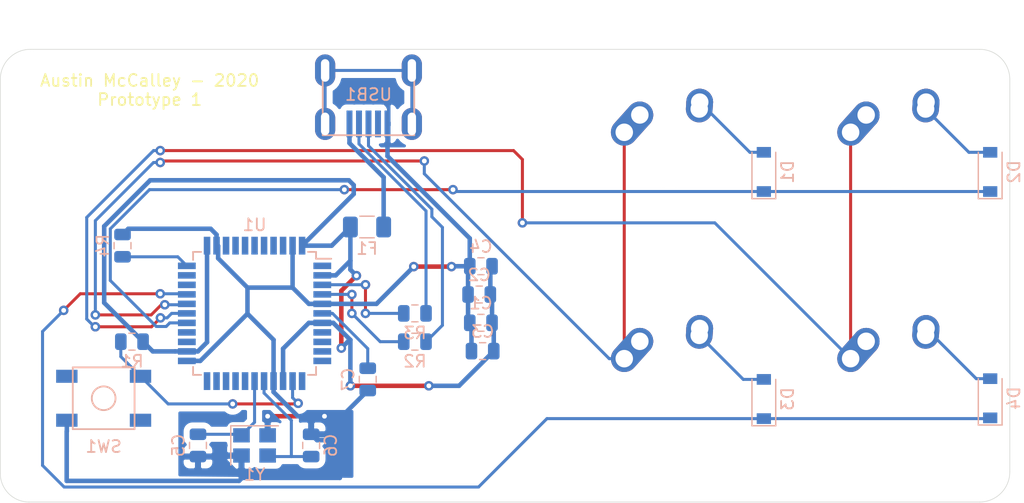
<source format=kicad_pcb>
(kicad_pcb (version 20171130) (host pcbnew "(5.1.6)-1")

  (general
    (thickness 1.6)
    (drawings 10)
    (tracks 229)
    (zones 0)
    (modules 24)
    (nets 45)
  )

  (page A4)
  (layers
    (0 F.Cu signal)
    (31 B.Cu signal)
    (32 B.Adhes user)
    (33 F.Adhes user)
    (34 B.Paste user)
    (35 F.Paste user)
    (36 B.SilkS user)
    (37 F.SilkS user)
    (38 B.Mask user)
    (39 F.Mask user)
    (40 Dwgs.User user)
    (41 Cmts.User user)
    (42 Eco1.User user)
    (43 Eco2.User user)
    (44 Edge.Cuts user)
    (45 Margin user)
    (46 B.CrtYd user)
    (47 F.CrtYd user)
    (48 B.Fab user)
    (49 F.Fab user)
  )

  (setup
    (last_trace_width 0.254)
    (trace_clearance 0.2)
    (zone_clearance 0.508)
    (zone_45_only no)
    (trace_min 0.2)
    (via_size 0.8)
    (via_drill 0.4)
    (via_min_size 0.4)
    (via_min_drill 0.3)
    (uvia_size 0.3)
    (uvia_drill 0.1)
    (uvias_allowed no)
    (uvia_min_size 0.2)
    (uvia_min_drill 0.1)
    (edge_width 0.05)
    (segment_width 0.2)
    (pcb_text_width 0.3)
    (pcb_text_size 1.5 1.5)
    (mod_edge_width 0.12)
    (mod_text_size 1 1)
    (mod_text_width 0.15)
    (pad_size 1.524 1.524)
    (pad_drill 0.762)
    (pad_to_mask_clearance 0.05)
    (aux_axis_origin 0 0)
    (visible_elements FFFFFF7F)
    (pcbplotparams
      (layerselection 0x010f0_ffffffff)
      (usegerberextensions true)
      (usegerberattributes false)
      (usegerberadvancedattributes false)
      (creategerberjobfile true)
      (excludeedgelayer true)
      (linewidth 0.100000)
      (plotframeref false)
      (viasonmask false)
      (mode 1)
      (useauxorigin false)
      (hpglpennumber 1)
      (hpglpenspeed 20)
      (hpglpendiameter 15.000000)
      (psnegative false)
      (psa4output false)
      (plotreference true)
      (plotvalue true)
      (plotinvisibletext false)
      (padsonsilk false)
      (subtractmaskfromsilk true)
      (outputformat 1)
      (mirror false)
      (drillshape 0)
      (scaleselection 1)
      (outputdirectory "gerber/"))
  )

  (net 0 "")
  (net 1 GND)
  (net 2 +5V)
  (net 3 "Net-(C5-Pad1)")
  (net 4 "Net-(C6-Pad1)")
  (net 5 "Net-(C7-Pad1)")
  (net 6 "Net-(D1-Pad2)")
  (net 7 ROW0)
  (net 8 "Net-(D2-Pad2)")
  (net 9 "Net-(D3-Pad2)")
  (net 10 ROW1)
  (net 11 "Net-(D4-Pad2)")
  (net 12 VCC)
  (net 13 COL0)
  (net 14 COL1)
  (net 15 "Net-(R1-Pad1)")
  (net 16 D+)
  (net 17 "Net-(R2-Pad1)")
  (net 18 D-)
  (net 19 "Net-(R3-Pad1)")
  (net 20 "Net-(R4-Pad2)")
  (net 21 "Net-(U1-Pad42)")
  (net 22 "Net-(U1-Pad41)")
  (net 23 "Net-(U1-Pad40)")
  (net 24 "Net-(U1-Pad39)")
  (net 25 "Net-(U1-Pad38)")
  (net 26 "Net-(U1-Pad37)")
  (net 27 "Net-(U1-Pad36)")
  (net 28 "Net-(U1-Pad32)")
  (net 29 "Net-(U1-Pad31)")
  (net 30 "Net-(U1-Pad26)")
  (net 31 "Net-(U1-Pad25)")
  (net 32 "Net-(U1-Pad22)")
  (net 33 "Net-(U1-Pad21)")
  (net 34 "Net-(U1-Pad20)")
  (net 35 "Net-(U1-Pad19)")
  (net 36 "Net-(U1-Pad18)")
  (net 37 "Net-(U1-Pad12)")
  (net 38 "Net-(U1-Pad11)")
  (net 39 "Net-(U1-Pad10)")
  (net 40 "Net-(U1-Pad9)")
  (net 41 "Net-(U1-Pad8)")
  (net 42 "Net-(U1-Pad1)")
  (net 43 "Net-(USB1-Pad6)")
  (net 44 "Net-(USB1-Pad2)")

  (net_class Default "This is the default net class."
    (clearance 0.2)
    (trace_width 0.254)
    (via_dia 0.8)
    (via_drill 0.4)
    (uvia_dia 0.3)
    (uvia_drill 0.1)
    (add_net COL0)
    (add_net COL1)
    (add_net D+)
    (add_net D-)
    (add_net "Net-(C5-Pad1)")
    (add_net "Net-(C6-Pad1)")
    (add_net "Net-(C7-Pad1)")
    (add_net "Net-(D1-Pad2)")
    (add_net "Net-(D2-Pad2)")
    (add_net "Net-(D3-Pad2)")
    (add_net "Net-(D4-Pad2)")
    (add_net "Net-(R1-Pad1)")
    (add_net "Net-(R2-Pad1)")
    (add_net "Net-(R3-Pad1)")
    (add_net "Net-(R4-Pad2)")
    (add_net "Net-(U1-Pad1)")
    (add_net "Net-(U1-Pad10)")
    (add_net "Net-(U1-Pad11)")
    (add_net "Net-(U1-Pad12)")
    (add_net "Net-(U1-Pad18)")
    (add_net "Net-(U1-Pad19)")
    (add_net "Net-(U1-Pad20)")
    (add_net "Net-(U1-Pad21)")
    (add_net "Net-(U1-Pad22)")
    (add_net "Net-(U1-Pad25)")
    (add_net "Net-(U1-Pad26)")
    (add_net "Net-(U1-Pad31)")
    (add_net "Net-(U1-Pad32)")
    (add_net "Net-(U1-Pad36)")
    (add_net "Net-(U1-Pad37)")
    (add_net "Net-(U1-Pad38)")
    (add_net "Net-(U1-Pad39)")
    (add_net "Net-(U1-Pad40)")
    (add_net "Net-(U1-Pad41)")
    (add_net "Net-(U1-Pad42)")
    (add_net "Net-(U1-Pad8)")
    (add_net "Net-(U1-Pad9)")
    (add_net "Net-(USB1-Pad2)")
    (add_net "Net-(USB1-Pad6)")
    (add_net ROW0)
    (add_net ROW1)
  )

  (net_class Power ""
    (clearance 0.2)
    (trace_width 0.381)
    (via_dia 0.8)
    (via_drill 0.4)
    (uvia_dia 0.3)
    (uvia_drill 0.1)
    (add_net +5V)
    (add_net GND)
    (add_net VCC)
  )

  (module Crystal:Crystal_SMD_3225-4Pin_3.2x2.5mm (layer B.Cu) (tedit 5A0FD1B2) (tstamp 5F07CA1D)
    (at 77.7875 96.8375)
    (descr "SMD Crystal SERIES SMD3225/4 http://www.txccrystal.com/images/pdf/7m-accuracy.pdf, 3.2x2.5mm^2 package")
    (tags "SMD SMT crystal")
    (path /5F09025A)
    (attr smd)
    (fp_text reference Y1 (at 0 2.45) (layer B.SilkS)
      (effects (font (size 1 1) (thickness 0.15)) (justify mirror))
    )
    (fp_text value Crystal_GND24_Small (at 0 -2.45) (layer B.Fab)
      (effects (font (size 1 1) (thickness 0.15)) (justify mirror))
    )
    (fp_text user %R (at 0 0) (layer B.Fab)
      (effects (font (size 0.7 0.7) (thickness 0.105)) (justify mirror))
    )
    (fp_line (start -1.6 1.25) (end -1.6 -1.25) (layer B.Fab) (width 0.1))
    (fp_line (start -1.6 -1.25) (end 1.6 -1.25) (layer B.Fab) (width 0.1))
    (fp_line (start 1.6 -1.25) (end 1.6 1.25) (layer B.Fab) (width 0.1))
    (fp_line (start 1.6 1.25) (end -1.6 1.25) (layer B.Fab) (width 0.1))
    (fp_line (start -1.6 -0.25) (end -0.6 -1.25) (layer B.Fab) (width 0.1))
    (fp_line (start -2 1.65) (end -2 -1.65) (layer B.SilkS) (width 0.12))
    (fp_line (start -2 -1.65) (end 2 -1.65) (layer B.SilkS) (width 0.12))
    (fp_line (start -2.1 1.7) (end -2.1 -1.7) (layer B.CrtYd) (width 0.05))
    (fp_line (start -2.1 -1.7) (end 2.1 -1.7) (layer B.CrtYd) (width 0.05))
    (fp_line (start 2.1 -1.7) (end 2.1 1.7) (layer B.CrtYd) (width 0.05))
    (fp_line (start 2.1 1.7) (end -2.1 1.7) (layer B.CrtYd) (width 0.05))
    (pad 4 smd rect (at -1.1 0.85) (size 1.4 1.2) (layers B.Cu B.Paste B.Mask)
      (net 1 GND))
    (pad 3 smd rect (at 1.1 0.85) (size 1.4 1.2) (layers B.Cu B.Paste B.Mask)
      (net 4 "Net-(C6-Pad1)"))
    (pad 2 smd rect (at 1.1 -0.85) (size 1.4 1.2) (layers B.Cu B.Paste B.Mask)
      (net 1 GND))
    (pad 1 smd rect (at -1.1 -0.85) (size 1.4 1.2) (layers B.Cu B.Paste B.Mask)
      (net 3 "Net-(C5-Pad1)"))
    (model ${KISYS3DMOD}/Crystal.3dshapes/Crystal_SMD_3225-4Pin_3.2x2.5mm.wrl
      (at (xyz 0 0 0))
      (scale (xyz 1 1 1))
      (rotate (xyz 0 0 0))
    )
  )

  (module random-keyboard-parts:Molex-0548190589 (layer B.Cu) (tedit 5C494815) (tstamp 5F07CA09)
    (at 87.376 65.278 270)
    (path /5F0CB6C1)
    (attr smd)
    (fp_text reference USB1 (at 2.032 0 180) (layer B.SilkS)
      (effects (font (size 1 1) (thickness 0.15)) (justify mirror))
    )
    (fp_text value Molex-0548190589 (at -5.08 0 180) (layer Dwgs.User)
      (effects (font (size 1 1) (thickness 0.15)))
    )
    (fp_text user %R (at 2 0 180) (layer B.CrtYd)
      (effects (font (size 1 1) (thickness 0.15)) (justify mirror))
    )
    (fp_line (start -3.75 3.85) (end -3.75 -3.85) (layer Dwgs.User) (width 0.15))
    (fp_line (start -1.75 4.572) (end -1.75 -4.572) (layer Dwgs.User) (width 0.15))
    (fp_line (start -3.75 -3.85) (end 0 -3.85) (layer Dwgs.User) (width 0.15))
    (fp_line (start -3.75 3.85) (end 0 3.85) (layer Dwgs.User) (width 0.15))
    (fp_line (start 5.45 3.85) (end 5.45 -3.85) (layer B.SilkS) (width 0.15))
    (fp_line (start 0 -3.85) (end 5.45 -3.85) (layer B.SilkS) (width 0.15))
    (fp_line (start 0 3.85) (end 5.45 3.85) (layer B.SilkS) (width 0.15))
    (fp_line (start -3.75 3.75) (end 5.5 3.75) (layer B.CrtYd) (width 0.15))
    (fp_line (start 5.5 3.75) (end 5.5 -3.75) (layer B.CrtYd) (width 0.15))
    (fp_line (start 5.5 -3.75) (end -3.75 -3.75) (layer B.CrtYd) (width 0.15))
    (fp_line (start -3.75 -3.75) (end -3.75 3.75) (layer B.CrtYd) (width 0.15))
    (fp_line (start 5.5 2) (end 3.25 2) (layer B.CrtYd) (width 0.15))
    (fp_line (start 3.25 2) (end 3.25 -2) (layer B.CrtYd) (width 0.15))
    (fp_line (start 3.25 -2) (end 5.5 -2) (layer B.CrtYd) (width 0.15))
    (fp_line (start 5.5 -1.25) (end 3.25 -1.25) (layer B.CrtYd) (width 0.15))
    (fp_line (start 3.25 -0.5) (end 5.5 -0.5) (layer B.CrtYd) (width 0.15))
    (fp_line (start 5.5 0.5) (end 3.25 0.5) (layer B.CrtYd) (width 0.15))
    (fp_line (start 3.25 1.25) (end 5.5 1.25) (layer B.CrtYd) (width 0.15))
    (pad 6 thru_hole oval (at 0 3.65 270) (size 2.7 1.7) (drill oval 1.9 0.7) (layers *.Cu *.Mask)
      (net 43 "Net-(USB1-Pad6)"))
    (pad 6 thru_hole oval (at 0 -3.65 270) (size 2.7 1.7) (drill oval 1.9 0.7) (layers *.Cu *.Mask)
      (net 43 "Net-(USB1-Pad6)"))
    (pad 6 thru_hole oval (at 4.5 -3.65 270) (size 2.7 1.7) (drill oval 1.9 0.7) (layers *.Cu *.Mask)
      (net 43 "Net-(USB1-Pad6)"))
    (pad 6 thru_hole oval (at 4.5 3.65 270) (size 2.7 1.7) (drill oval 1.9 0.7) (layers *.Cu *.Mask)
      (net 43 "Net-(USB1-Pad6)"))
    (pad 5 smd rect (at 4.5 1.6 270) (size 2.25 0.5) (layers B.Cu B.Paste B.Mask)
      (net 12 VCC))
    (pad 4 smd rect (at 4.5 0.8 270) (size 2.25 0.5) (layers B.Cu B.Paste B.Mask)
      (net 18 D-))
    (pad 3 smd rect (at 4.5 0 270) (size 2.25 0.5) (layers B.Cu B.Paste B.Mask)
      (net 16 D+))
    (pad 2 smd rect (at 4.5 -0.8 270) (size 2.25 0.5) (layers B.Cu B.Paste B.Mask)
      (net 44 "Net-(USB1-Pad2)"))
    (pad 1 smd rect (at 4.5 -1.6 270) (size 2.25 0.5) (layers B.Cu B.Paste B.Mask)
      (net 1 GND))
  )

  (module Package_QFP:TQFP-44_10x10mm_P0.8mm (layer B.Cu) (tedit 5A02F146) (tstamp 5F07D087)
    (at 77.7875 85.725 180)
    (descr "44-Lead Plastic Thin Quad Flatpack (PT) - 10x10x1.0 mm Body [TQFP] (see Microchip Packaging Specification 00000049BS.pdf)")
    (tags "QFP 0.8")
    (path /5F076206)
    (attr smd)
    (fp_text reference U1 (at 0 7.45 180) (layer B.SilkS)
      (effects (font (size 1 1) (thickness 0.15)) (justify mirror))
    )
    (fp_text value ATmega32U4-AU (at 0 -7.45 180) (layer B.Fab)
      (effects (font (size 1 1) (thickness 0.15)) (justify mirror))
    )
    (fp_text user %R (at 0 0 180) (layer B.Fab)
      (effects (font (size 1 1) (thickness 0.15)) (justify mirror))
    )
    (fp_line (start -4 5) (end 5 5) (layer B.Fab) (width 0.15))
    (fp_line (start 5 5) (end 5 -5) (layer B.Fab) (width 0.15))
    (fp_line (start 5 -5) (end -5 -5) (layer B.Fab) (width 0.15))
    (fp_line (start -5 -5) (end -5 4) (layer B.Fab) (width 0.15))
    (fp_line (start -5 4) (end -4 5) (layer B.Fab) (width 0.15))
    (fp_line (start -6.7 6.7) (end -6.7 -6.7) (layer B.CrtYd) (width 0.05))
    (fp_line (start 6.7 6.7) (end 6.7 -6.7) (layer B.CrtYd) (width 0.05))
    (fp_line (start -6.7 6.7) (end 6.7 6.7) (layer B.CrtYd) (width 0.05))
    (fp_line (start -6.7 -6.7) (end 6.7 -6.7) (layer B.CrtYd) (width 0.05))
    (fp_line (start -5.175 5.175) (end -5.175 4.6) (layer B.SilkS) (width 0.15))
    (fp_line (start 5.175 5.175) (end 5.175 4.5) (layer B.SilkS) (width 0.15))
    (fp_line (start 5.175 -5.175) (end 5.175 -4.5) (layer B.SilkS) (width 0.15))
    (fp_line (start -5.175 -5.175) (end -5.175 -4.5) (layer B.SilkS) (width 0.15))
    (fp_line (start -5.175 5.175) (end -4.5 5.175) (layer B.SilkS) (width 0.15))
    (fp_line (start -5.175 -5.175) (end -4.5 -5.175) (layer B.SilkS) (width 0.15))
    (fp_line (start 5.175 -5.175) (end 4.5 -5.175) (layer B.SilkS) (width 0.15))
    (fp_line (start 5.175 5.175) (end 4.5 5.175) (layer B.SilkS) (width 0.15))
    (fp_line (start -5.175 4.6) (end -6.45 4.6) (layer B.SilkS) (width 0.15))
    (pad 44 smd rect (at -4 5.7 90) (size 1.5 0.55) (layers B.Cu B.Paste B.Mask)
      (net 2 +5V))
    (pad 43 smd rect (at -3.2 5.7 90) (size 1.5 0.55) (layers B.Cu B.Paste B.Mask)
      (net 1 GND))
    (pad 42 smd rect (at -2.4 5.7 90) (size 1.5 0.55) (layers B.Cu B.Paste B.Mask)
      (net 21 "Net-(U1-Pad42)"))
    (pad 41 smd rect (at -1.6 5.7 90) (size 1.5 0.55) (layers B.Cu B.Paste B.Mask)
      (net 22 "Net-(U1-Pad41)"))
    (pad 40 smd rect (at -0.8 5.7 90) (size 1.5 0.55) (layers B.Cu B.Paste B.Mask)
      (net 23 "Net-(U1-Pad40)"))
    (pad 39 smd rect (at 0 5.7 90) (size 1.5 0.55) (layers B.Cu B.Paste B.Mask)
      (net 24 "Net-(U1-Pad39)"))
    (pad 38 smd rect (at 0.8 5.7 90) (size 1.5 0.55) (layers B.Cu B.Paste B.Mask)
      (net 25 "Net-(U1-Pad38)"))
    (pad 37 smd rect (at 1.6 5.7 90) (size 1.5 0.55) (layers B.Cu B.Paste B.Mask)
      (net 26 "Net-(U1-Pad37)"))
    (pad 36 smd rect (at 2.4 5.7 90) (size 1.5 0.55) (layers B.Cu B.Paste B.Mask)
      (net 27 "Net-(U1-Pad36)"))
    (pad 35 smd rect (at 3.2 5.7 90) (size 1.5 0.55) (layers B.Cu B.Paste B.Mask)
      (net 1 GND))
    (pad 34 smd rect (at 4 5.7 90) (size 1.5 0.55) (layers B.Cu B.Paste B.Mask)
      (net 2 +5V))
    (pad 33 smd rect (at 5.7 4 180) (size 1.5 0.55) (layers B.Cu B.Paste B.Mask)
      (net 20 "Net-(R4-Pad2)"))
    (pad 32 smd rect (at 5.7 3.2 180) (size 1.5 0.55) (layers B.Cu B.Paste B.Mask)
      (net 28 "Net-(U1-Pad32)"))
    (pad 31 smd rect (at 5.7 2.4 180) (size 1.5 0.55) (layers B.Cu B.Paste B.Mask)
      (net 29 "Net-(U1-Pad31)"))
    (pad 30 smd rect (at 5.7 1.6 180) (size 1.5 0.55) (layers B.Cu B.Paste B.Mask)
      (net 10 ROW1))
    (pad 29 smd rect (at 5.7 0.8 180) (size 1.5 0.55) (layers B.Cu B.Paste B.Mask)
      (net 13 COL0))
    (pad 28 smd rect (at 5.7 0 180) (size 1.5 0.55) (layers B.Cu B.Paste B.Mask)
      (net 14 COL1))
    (pad 27 smd rect (at 5.7 -0.8 180) (size 1.5 0.55) (layers B.Cu B.Paste B.Mask)
      (net 7 ROW0))
    (pad 26 smd rect (at 5.7 -1.6 180) (size 1.5 0.55) (layers B.Cu B.Paste B.Mask)
      (net 30 "Net-(U1-Pad26)"))
    (pad 25 smd rect (at 5.7 -2.4 180) (size 1.5 0.55) (layers B.Cu B.Paste B.Mask)
      (net 31 "Net-(U1-Pad25)"))
    (pad 24 smd rect (at 5.7 -3.2 180) (size 1.5 0.55) (layers B.Cu B.Paste B.Mask)
      (net 2 +5V))
    (pad 23 smd rect (at 5.7 -4 180) (size 1.5 0.55) (layers B.Cu B.Paste B.Mask)
      (net 1 GND))
    (pad 22 smd rect (at 4 -5.7 90) (size 1.5 0.55) (layers B.Cu B.Paste B.Mask)
      (net 32 "Net-(U1-Pad22)"))
    (pad 21 smd rect (at 3.2 -5.7 90) (size 1.5 0.55) (layers B.Cu B.Paste B.Mask)
      (net 33 "Net-(U1-Pad21)"))
    (pad 20 smd rect (at 2.4 -5.7 90) (size 1.5 0.55) (layers B.Cu B.Paste B.Mask)
      (net 34 "Net-(U1-Pad20)"))
    (pad 19 smd rect (at 1.6 -5.7 90) (size 1.5 0.55) (layers B.Cu B.Paste B.Mask)
      (net 35 "Net-(U1-Pad19)"))
    (pad 18 smd rect (at 0.8 -5.7 90) (size 1.5 0.55) (layers B.Cu B.Paste B.Mask)
      (net 36 "Net-(U1-Pad18)"))
    (pad 17 smd rect (at 0 -5.7 90) (size 1.5 0.55) (layers B.Cu B.Paste B.Mask)
      (net 3 "Net-(C5-Pad1)"))
    (pad 16 smd rect (at -0.8 -5.7 90) (size 1.5 0.55) (layers B.Cu B.Paste B.Mask)
      (net 4 "Net-(C6-Pad1)"))
    (pad 15 smd rect (at -1.6 -5.7 90) (size 1.5 0.55) (layers B.Cu B.Paste B.Mask)
      (net 1 GND))
    (pad 14 smd rect (at -2.4 -5.7 90) (size 1.5 0.55) (layers B.Cu B.Paste B.Mask)
      (net 2 +5V))
    (pad 13 smd rect (at -3.2 -5.7 90) (size 1.5 0.55) (layers B.Cu B.Paste B.Mask)
      (net 15 "Net-(R1-Pad1)"))
    (pad 12 smd rect (at -4 -5.7 90) (size 1.5 0.55) (layers B.Cu B.Paste B.Mask)
      (net 37 "Net-(U1-Pad12)"))
    (pad 11 smd rect (at -5.7 -4 180) (size 1.5 0.55) (layers B.Cu B.Paste B.Mask)
      (net 38 "Net-(U1-Pad11)"))
    (pad 10 smd rect (at -5.7 -3.2 180) (size 1.5 0.55) (layers B.Cu B.Paste B.Mask)
      (net 39 "Net-(U1-Pad10)"))
    (pad 9 smd rect (at -5.7 -2.4 180) (size 1.5 0.55) (layers B.Cu B.Paste B.Mask)
      (net 40 "Net-(U1-Pad9)"))
    (pad 8 smd rect (at -5.7 -1.6 180) (size 1.5 0.55) (layers B.Cu B.Paste B.Mask)
      (net 41 "Net-(U1-Pad8)"))
    (pad 7 smd rect (at -5.7 -0.8 180) (size 1.5 0.55) (layers B.Cu B.Paste B.Mask)
      (net 2 +5V))
    (pad 6 smd rect (at -5.7 0 180) (size 1.5 0.55) (layers B.Cu B.Paste B.Mask)
      (net 5 "Net-(C7-Pad1)"))
    (pad 5 smd rect (at -5.7 0.8 180) (size 1.5 0.55) (layers B.Cu B.Paste B.Mask)
      (net 1 GND))
    (pad 4 smd rect (at -5.7 1.6 180) (size 1.5 0.55) (layers B.Cu B.Paste B.Mask)
      (net 17 "Net-(R2-Pad1)"))
    (pad 3 smd rect (at -5.7 2.4 180) (size 1.5 0.55) (layers B.Cu B.Paste B.Mask)
      (net 19 "Net-(R3-Pad1)"))
    (pad 2 smd rect (at -5.7 3.2 180) (size 1.5 0.55) (layers B.Cu B.Paste B.Mask)
      (net 2 +5V))
    (pad 1 smd rect (at -5.7 4 180) (size 1.5 0.55) (layers B.Cu B.Paste B.Mask)
      (net 42 "Net-(U1-Pad1)"))
    (model ${KISYS3DMOD}/Package_QFP.3dshapes/TQFP-44_10x10mm_P0.8mm.wrl
      (at (xyz 0 0 0))
      (scale (xyz 1 1 1))
      (rotate (xyz 0 0 0))
    )
  )

  (module random-keyboard-parts:SKQG-1155865 (layer B.Cu) (tedit 5E62B398) (tstamp 5F07C9A6)
    (at 65.0875 92.86875 180)
    (path /5F0B919C)
    (attr smd)
    (fp_text reference SW1 (at 0 -4.064) (layer B.SilkS)
      (effects (font (size 1 1) (thickness 0.15)) (justify mirror))
    )
    (fp_text value SW_Push (at 0 4.064) (layer B.Fab)
      (effects (font (size 1 1) (thickness 0.15)) (justify mirror))
    )
    (fp_line (start -2.6 -1.1) (end -1.1 -2.6) (layer B.Fab) (width 0.15))
    (fp_line (start 2.6 -1.1) (end 1.1 -2.6) (layer B.Fab) (width 0.15))
    (fp_line (start 2.6 1.1) (end 1.1 2.6) (layer B.Fab) (width 0.15))
    (fp_line (start -2.6 1.1) (end -1.1 2.6) (layer B.Fab) (width 0.15))
    (fp_circle (center 0 0) (end 1 0) (layer B.Fab) (width 0.15))
    (fp_line (start -4.2 1.1) (end -4.2 2.6) (layer B.Fab) (width 0.15))
    (fp_line (start -2.6 1.1) (end -4.2 1.1) (layer B.Fab) (width 0.15))
    (fp_line (start -2.6 -1.1) (end -2.6 1.1) (layer B.Fab) (width 0.15))
    (fp_line (start -4.2 -1.1) (end -2.6 -1.1) (layer B.Fab) (width 0.15))
    (fp_line (start -4.2 -2.6) (end -4.2 -1.1) (layer B.Fab) (width 0.15))
    (fp_line (start 4.2 -2.6) (end -4.2 -2.6) (layer B.Fab) (width 0.15))
    (fp_line (start 4.2 -1.1) (end 4.2 -2.6) (layer B.Fab) (width 0.15))
    (fp_line (start 2.6 -1.1) (end 4.2 -1.1) (layer B.Fab) (width 0.15))
    (fp_line (start 2.6 1.1) (end 2.6 -1.1) (layer B.Fab) (width 0.15))
    (fp_line (start 4.2 1.1) (end 2.6 1.1) (layer B.Fab) (width 0.15))
    (fp_line (start 4.2 2.6) (end 4.2 1.2) (layer B.Fab) (width 0.15))
    (fp_line (start -4.2 2.6) (end 4.2 2.6) (layer B.Fab) (width 0.15))
    (fp_circle (center 0 0) (end 1 0) (layer B.SilkS) (width 0.15))
    (fp_line (start -2.6 -2.6) (end -2.6 2.6) (layer B.SilkS) (width 0.15))
    (fp_line (start 2.6 -2.6) (end -2.6 -2.6) (layer B.SilkS) (width 0.15))
    (fp_line (start 2.6 2.6) (end 2.6 -2.6) (layer B.SilkS) (width 0.15))
    (fp_line (start -2.6 2.6) (end 2.6 2.6) (layer B.SilkS) (width 0.15))
    (pad 4 smd rect (at -3.1 -1.85 180) (size 1.8 1.1) (layers B.Cu B.Paste B.Mask))
    (pad 3 smd rect (at 3.1 1.85 180) (size 1.8 1.1) (layers B.Cu B.Paste B.Mask))
    (pad 2 smd rect (at -3.1 1.85 180) (size 1.8 1.1) (layers B.Cu B.Paste B.Mask)
      (net 15 "Net-(R1-Pad1)"))
    (pad 1 smd rect (at 3.1 -1.85 180) (size 1.8 1.1) (layers B.Cu B.Paste B.Mask)
      (net 1 GND))
    (model ${KISYS3DMOD}/Button_Switch_SMD.3dshapes/SW_SPST_TL3342.step
      (at (xyz 0 0 0))
      (scale (xyz 1 1 1))
      (rotate (xyz 0 0 0))
    )
  )

  (module Resistor_SMD:R_0805_2012Metric (layer B.Cu) (tedit 5B36C52B) (tstamp 5F07DA29)
    (at 66.675 80.025 270)
    (descr "Resistor SMD 0805 (2012 Metric), square (rectangular) end terminal, IPC_7351 nominal, (Body size source: https://docs.google.com/spreadsheets/d/1BsfQQcO9C6DZCsRaXUlFlo91Tg2WpOkGARC1WS5S8t0/edit?usp=sharing), generated with kicad-footprint-generator")
    (tags resistor)
    (path /5F07EBB3)
    (attr smd)
    (fp_text reference R4 (at 0 1.65 90) (layer B.SilkS)
      (effects (font (size 1 1) (thickness 0.15)) (justify mirror))
    )
    (fp_text value 10k (at 0 -1.65 90) (layer B.Fab)
      (effects (font (size 1 1) (thickness 0.15)) (justify mirror))
    )
    (fp_text user %R (at 0 0 90) (layer B.Fab)
      (effects (font (size 0.5 0.5) (thickness 0.08)) (justify mirror))
    )
    (fp_line (start -1 -0.6) (end -1 0.6) (layer B.Fab) (width 0.1))
    (fp_line (start -1 0.6) (end 1 0.6) (layer B.Fab) (width 0.1))
    (fp_line (start 1 0.6) (end 1 -0.6) (layer B.Fab) (width 0.1))
    (fp_line (start 1 -0.6) (end -1 -0.6) (layer B.Fab) (width 0.1))
    (fp_line (start -0.258578 0.71) (end 0.258578 0.71) (layer B.SilkS) (width 0.12))
    (fp_line (start -0.258578 -0.71) (end 0.258578 -0.71) (layer B.SilkS) (width 0.12))
    (fp_line (start -1.68 -0.95) (end -1.68 0.95) (layer B.CrtYd) (width 0.05))
    (fp_line (start -1.68 0.95) (end 1.68 0.95) (layer B.CrtYd) (width 0.05))
    (fp_line (start 1.68 0.95) (end 1.68 -0.95) (layer B.CrtYd) (width 0.05))
    (fp_line (start 1.68 -0.95) (end -1.68 -0.95) (layer B.CrtYd) (width 0.05))
    (pad 2 smd roundrect (at 0.9375 0 270) (size 0.975 1.4) (layers B.Cu B.Paste B.Mask) (roundrect_rratio 0.25)
      (net 20 "Net-(R4-Pad2)"))
    (pad 1 smd roundrect (at -0.9375 0 270) (size 0.975 1.4) (layers B.Cu B.Paste B.Mask) (roundrect_rratio 0.25)
      (net 1 GND))
    (model ${KISYS3DMOD}/Resistor_SMD.3dshapes/R_0805_2012Metric.wrl
      (at (xyz 0 0 0))
      (scale (xyz 1 1 1))
      (rotate (xyz 0 0 0))
    )
  )

  (module Resistor_SMD:R_0805_2012Metric (layer B.Cu) (tedit 5B36C52B) (tstamp 5F07C977)
    (at 91.28125 85.725)
    (descr "Resistor SMD 0805 (2012 Metric), square (rectangular) end terminal, IPC_7351 nominal, (Body size source: https://docs.google.com/spreadsheets/d/1BsfQQcO9C6DZCsRaXUlFlo91Tg2WpOkGARC1WS5S8t0/edit?usp=sharing), generated with kicad-footprint-generator")
    (tags resistor)
    (path /5F082CAF)
    (attr smd)
    (fp_text reference R3 (at 0 1.65) (layer B.SilkS)
      (effects (font (size 1 1) (thickness 0.15)) (justify mirror))
    )
    (fp_text value 22 (at 0 -1.65) (layer B.Fab)
      (effects (font (size 1 1) (thickness 0.15)) (justify mirror))
    )
    (fp_text user %R (at 0 0) (layer B.Fab)
      (effects (font (size 0.5 0.5) (thickness 0.08)) (justify mirror))
    )
    (fp_line (start -1 -0.6) (end -1 0.6) (layer B.Fab) (width 0.1))
    (fp_line (start -1 0.6) (end 1 0.6) (layer B.Fab) (width 0.1))
    (fp_line (start 1 0.6) (end 1 -0.6) (layer B.Fab) (width 0.1))
    (fp_line (start 1 -0.6) (end -1 -0.6) (layer B.Fab) (width 0.1))
    (fp_line (start -0.258578 0.71) (end 0.258578 0.71) (layer B.SilkS) (width 0.12))
    (fp_line (start -0.258578 -0.71) (end 0.258578 -0.71) (layer B.SilkS) (width 0.12))
    (fp_line (start -1.68 -0.95) (end -1.68 0.95) (layer B.CrtYd) (width 0.05))
    (fp_line (start -1.68 0.95) (end 1.68 0.95) (layer B.CrtYd) (width 0.05))
    (fp_line (start 1.68 0.95) (end 1.68 -0.95) (layer B.CrtYd) (width 0.05))
    (fp_line (start 1.68 -0.95) (end -1.68 -0.95) (layer B.CrtYd) (width 0.05))
    (pad 2 smd roundrect (at 0.9375 0) (size 0.975 1.4) (layers B.Cu B.Paste B.Mask) (roundrect_rratio 0.25)
      (net 18 D-))
    (pad 1 smd roundrect (at -0.9375 0) (size 0.975 1.4) (layers B.Cu B.Paste B.Mask) (roundrect_rratio 0.25)
      (net 19 "Net-(R3-Pad1)"))
    (model ${KISYS3DMOD}/Resistor_SMD.3dshapes/R_0805_2012Metric.wrl
      (at (xyz 0 0 0))
      (scale (xyz 1 1 1))
      (rotate (xyz 0 0 0))
    )
  )

  (module Resistor_SMD:R_0805_2012Metric (layer B.Cu) (tedit 5B36C52B) (tstamp 5F07C966)
    (at 91.28125 88.10625)
    (descr "Resistor SMD 0805 (2012 Metric), square (rectangular) end terminal, IPC_7351 nominal, (Body size source: https://docs.google.com/spreadsheets/d/1BsfQQcO9C6DZCsRaXUlFlo91Tg2WpOkGARC1WS5S8t0/edit?usp=sharing), generated with kicad-footprint-generator")
    (tags resistor)
    (path /5F08087C)
    (attr smd)
    (fp_text reference R2 (at 0 1.65) (layer B.SilkS)
      (effects (font (size 1 1) (thickness 0.15)) (justify mirror))
    )
    (fp_text value 22 (at 0 -1.65) (layer B.Fab)
      (effects (font (size 1 1) (thickness 0.15)) (justify mirror))
    )
    (fp_text user %R (at 0 0) (layer B.Fab)
      (effects (font (size 0.5 0.5) (thickness 0.08)) (justify mirror))
    )
    (fp_line (start -1 -0.6) (end -1 0.6) (layer B.Fab) (width 0.1))
    (fp_line (start -1 0.6) (end 1 0.6) (layer B.Fab) (width 0.1))
    (fp_line (start 1 0.6) (end 1 -0.6) (layer B.Fab) (width 0.1))
    (fp_line (start 1 -0.6) (end -1 -0.6) (layer B.Fab) (width 0.1))
    (fp_line (start -0.258578 0.71) (end 0.258578 0.71) (layer B.SilkS) (width 0.12))
    (fp_line (start -0.258578 -0.71) (end 0.258578 -0.71) (layer B.SilkS) (width 0.12))
    (fp_line (start -1.68 -0.95) (end -1.68 0.95) (layer B.CrtYd) (width 0.05))
    (fp_line (start -1.68 0.95) (end 1.68 0.95) (layer B.CrtYd) (width 0.05))
    (fp_line (start 1.68 0.95) (end 1.68 -0.95) (layer B.CrtYd) (width 0.05))
    (fp_line (start 1.68 -0.95) (end -1.68 -0.95) (layer B.CrtYd) (width 0.05))
    (pad 2 smd roundrect (at 0.9375 0) (size 0.975 1.4) (layers B.Cu B.Paste B.Mask) (roundrect_rratio 0.25)
      (net 16 D+))
    (pad 1 smd roundrect (at -0.9375 0) (size 0.975 1.4) (layers B.Cu B.Paste B.Mask) (roundrect_rratio 0.25)
      (net 17 "Net-(R2-Pad1)"))
    (model ${KISYS3DMOD}/Resistor_SMD.3dshapes/R_0805_2012Metric.wrl
      (at (xyz 0 0 0))
      (scale (xyz 1 1 1))
      (rotate (xyz 0 0 0))
    )
  )

  (module Resistor_SMD:R_0805_2012Metric (layer B.Cu) (tedit 5B36C52B) (tstamp 5F07C955)
    (at 67.46875 88.10625)
    (descr "Resistor SMD 0805 (2012 Metric), square (rectangular) end terminal, IPC_7351 nominal, (Body size source: https://docs.google.com/spreadsheets/d/1BsfQQcO9C6DZCsRaXUlFlo91Tg2WpOkGARC1WS5S8t0/edit?usp=sharing), generated with kicad-footprint-generator")
    (tags resistor)
    (path /5F0BF962)
    (attr smd)
    (fp_text reference R1 (at 0 1.65) (layer B.SilkS)
      (effects (font (size 1 1) (thickness 0.15)) (justify mirror))
    )
    (fp_text value 10k (at 0 -1.65) (layer B.Fab)
      (effects (font (size 1 1) (thickness 0.15)) (justify mirror))
    )
    (fp_text user %R (at 0 0) (layer B.Fab)
      (effects (font (size 0.5 0.5) (thickness 0.08)) (justify mirror))
    )
    (fp_line (start -1 -0.6) (end -1 0.6) (layer B.Fab) (width 0.1))
    (fp_line (start -1 0.6) (end 1 0.6) (layer B.Fab) (width 0.1))
    (fp_line (start 1 0.6) (end 1 -0.6) (layer B.Fab) (width 0.1))
    (fp_line (start 1 -0.6) (end -1 -0.6) (layer B.Fab) (width 0.1))
    (fp_line (start -0.258578 0.71) (end 0.258578 0.71) (layer B.SilkS) (width 0.12))
    (fp_line (start -0.258578 -0.71) (end 0.258578 -0.71) (layer B.SilkS) (width 0.12))
    (fp_line (start -1.68 -0.95) (end -1.68 0.95) (layer B.CrtYd) (width 0.05))
    (fp_line (start -1.68 0.95) (end 1.68 0.95) (layer B.CrtYd) (width 0.05))
    (fp_line (start 1.68 0.95) (end 1.68 -0.95) (layer B.CrtYd) (width 0.05))
    (fp_line (start 1.68 -0.95) (end -1.68 -0.95) (layer B.CrtYd) (width 0.05))
    (pad 2 smd roundrect (at 0.9375 0) (size 0.975 1.4) (layers B.Cu B.Paste B.Mask) (roundrect_rratio 0.25)
      (net 2 +5V))
    (pad 1 smd roundrect (at -0.9375 0) (size 0.975 1.4) (layers B.Cu B.Paste B.Mask) (roundrect_rratio 0.25)
      (net 15 "Net-(R1-Pad1)"))
    (model ${KISYS3DMOD}/Resistor_SMD.3dshapes/R_0805_2012Metric.wrl
      (at (xyz 0 0 0))
      (scale (xyz 1 1 1))
      (rotate (xyz 0 0 0))
    )
  )

  (module MX_Alps_Hybrid:MX-1U-NoLED (layer F.Cu) (tedit 5A9F5203) (tstamp 5F07C944)
    (at 131.7625 92.075)
    (path /5F0EDED6)
    (fp_text reference MX4 (at 0 3.175) (layer Dwgs.User)
      (effects (font (size 1 1) (thickness 0.15)))
    )
    (fp_text value MX-NoLED (at 0 -7.9375) (layer Dwgs.User)
      (effects (font (size 1 1) (thickness 0.15)))
    )
    (fp_line (start 5 -7) (end 7 -7) (layer Dwgs.User) (width 0.15))
    (fp_line (start 7 -7) (end 7 -5) (layer Dwgs.User) (width 0.15))
    (fp_line (start 5 7) (end 7 7) (layer Dwgs.User) (width 0.15))
    (fp_line (start 7 7) (end 7 5) (layer Dwgs.User) (width 0.15))
    (fp_line (start -7 5) (end -7 7) (layer Dwgs.User) (width 0.15))
    (fp_line (start -7 7) (end -5 7) (layer Dwgs.User) (width 0.15))
    (fp_line (start -5 -7) (end -7 -7) (layer Dwgs.User) (width 0.15))
    (fp_line (start -7 -7) (end -7 -5) (layer Dwgs.User) (width 0.15))
    (fp_line (start -9.525 -9.525) (end 9.525 -9.525) (layer Dwgs.User) (width 0.15))
    (fp_line (start 9.525 -9.525) (end 9.525 9.525) (layer Dwgs.User) (width 0.15))
    (fp_line (start 9.525 9.525) (end -9.525 9.525) (layer Dwgs.User) (width 0.15))
    (fp_line (start -9.525 9.525) (end -9.525 -9.525) (layer Dwgs.User) (width 0.15))
    (pad "" np_thru_hole circle (at 5.08 0 48.0996) (size 1.75 1.75) (drill 1.75) (layers *.Cu *.Mask))
    (pad "" np_thru_hole circle (at -5.08 0 48.0996) (size 1.75 1.75) (drill 1.75) (layers *.Cu *.Mask))
    (pad 1 thru_hole circle (at -2.5 -4) (size 2.25 2.25) (drill 1.47) (layers *.Cu B.Mask)
      (net 14 COL1))
    (pad "" np_thru_hole circle (at 0 0) (size 3.9878 3.9878) (drill 3.9878) (layers *.Cu *.Mask))
    (pad 1 thru_hole oval (at -3.81 -2.54 48.0996) (size 4.211556 2.25) (drill 1.47 (offset 0.980778 0)) (layers *.Cu B.Mask)
      (net 14 COL1))
    (pad 2 thru_hole circle (at 2.54 -5.08) (size 2.25 2.25) (drill 1.47) (layers *.Cu B.Mask)
      (net 11 "Net-(D4-Pad2)"))
    (pad 2 thru_hole oval (at 2.5 -4.5 86.0548) (size 2.831378 2.25) (drill 1.47 (offset 0.290689 0)) (layers *.Cu B.Mask)
      (net 11 "Net-(D4-Pad2)"))
  )

  (module MX_Alps_Hybrid:MX-1U-NoLED (layer F.Cu) (tedit 5A9F5203) (tstamp 5F07C92D)
    (at 112.7125 92.075)
    (path /5F0EDEC9)
    (fp_text reference MX3 (at 0 3.175) (layer Dwgs.User)
      (effects (font (size 1 1) (thickness 0.15)))
    )
    (fp_text value MX-NoLED (at 0 -7.9375) (layer Dwgs.User)
      (effects (font (size 1 1) (thickness 0.15)))
    )
    (fp_line (start 5 -7) (end 7 -7) (layer Dwgs.User) (width 0.15))
    (fp_line (start 7 -7) (end 7 -5) (layer Dwgs.User) (width 0.15))
    (fp_line (start 5 7) (end 7 7) (layer Dwgs.User) (width 0.15))
    (fp_line (start 7 7) (end 7 5) (layer Dwgs.User) (width 0.15))
    (fp_line (start -7 5) (end -7 7) (layer Dwgs.User) (width 0.15))
    (fp_line (start -7 7) (end -5 7) (layer Dwgs.User) (width 0.15))
    (fp_line (start -5 -7) (end -7 -7) (layer Dwgs.User) (width 0.15))
    (fp_line (start -7 -7) (end -7 -5) (layer Dwgs.User) (width 0.15))
    (fp_line (start -9.525 -9.525) (end 9.525 -9.525) (layer Dwgs.User) (width 0.15))
    (fp_line (start 9.525 -9.525) (end 9.525 9.525) (layer Dwgs.User) (width 0.15))
    (fp_line (start 9.525 9.525) (end -9.525 9.525) (layer Dwgs.User) (width 0.15))
    (fp_line (start -9.525 9.525) (end -9.525 -9.525) (layer Dwgs.User) (width 0.15))
    (pad "" np_thru_hole circle (at 5.08 0 48.0996) (size 1.75 1.75) (drill 1.75) (layers *.Cu *.Mask))
    (pad "" np_thru_hole circle (at -5.08 0 48.0996) (size 1.75 1.75) (drill 1.75) (layers *.Cu *.Mask))
    (pad 1 thru_hole circle (at -2.5 -4) (size 2.25 2.25) (drill 1.47) (layers *.Cu B.Mask)
      (net 13 COL0))
    (pad "" np_thru_hole circle (at 0 0) (size 3.9878 3.9878) (drill 3.9878) (layers *.Cu *.Mask))
    (pad 1 thru_hole oval (at -3.81 -2.54 48.0996) (size 4.211556 2.25) (drill 1.47 (offset 0.980778 0)) (layers *.Cu B.Mask)
      (net 13 COL0))
    (pad 2 thru_hole circle (at 2.54 -5.08) (size 2.25 2.25) (drill 1.47) (layers *.Cu B.Mask)
      (net 9 "Net-(D3-Pad2)"))
    (pad 2 thru_hole oval (at 2.5 -4.5 86.0548) (size 2.831378 2.25) (drill 1.47 (offset 0.290689 0)) (layers *.Cu B.Mask)
      (net 9 "Net-(D3-Pad2)"))
  )

  (module MX_Alps_Hybrid:MX-1U-NoLED (layer F.Cu) (tedit 5A9F5203) (tstamp 5F07C916)
    (at 131.7625 73.025)
    (path /5F0E650F)
    (fp_text reference MX2 (at 0 3.175) (layer Dwgs.User)
      (effects (font (size 1 1) (thickness 0.15)))
    )
    (fp_text value MX-NoLED (at 0 -7.9375) (layer Dwgs.User)
      (effects (font (size 1 1) (thickness 0.15)))
    )
    (fp_line (start 5 -7) (end 7 -7) (layer Dwgs.User) (width 0.15))
    (fp_line (start 7 -7) (end 7 -5) (layer Dwgs.User) (width 0.15))
    (fp_line (start 5 7) (end 7 7) (layer Dwgs.User) (width 0.15))
    (fp_line (start 7 7) (end 7 5) (layer Dwgs.User) (width 0.15))
    (fp_line (start -7 5) (end -7 7) (layer Dwgs.User) (width 0.15))
    (fp_line (start -7 7) (end -5 7) (layer Dwgs.User) (width 0.15))
    (fp_line (start -5 -7) (end -7 -7) (layer Dwgs.User) (width 0.15))
    (fp_line (start -7 -7) (end -7 -5) (layer Dwgs.User) (width 0.15))
    (fp_line (start -9.525 -9.525) (end 9.525 -9.525) (layer Dwgs.User) (width 0.15))
    (fp_line (start 9.525 -9.525) (end 9.525 9.525) (layer Dwgs.User) (width 0.15))
    (fp_line (start 9.525 9.525) (end -9.525 9.525) (layer Dwgs.User) (width 0.15))
    (fp_line (start -9.525 9.525) (end -9.525 -9.525) (layer Dwgs.User) (width 0.15))
    (pad "" np_thru_hole circle (at 5.08 0 48.0996) (size 1.75 1.75) (drill 1.75) (layers *.Cu *.Mask))
    (pad "" np_thru_hole circle (at -5.08 0 48.0996) (size 1.75 1.75) (drill 1.75) (layers *.Cu *.Mask))
    (pad 1 thru_hole circle (at -2.5 -4) (size 2.25 2.25) (drill 1.47) (layers *.Cu B.Mask)
      (net 14 COL1))
    (pad "" np_thru_hole circle (at 0 0) (size 3.9878 3.9878) (drill 3.9878) (layers *.Cu *.Mask))
    (pad 1 thru_hole oval (at -3.81 -2.54 48.0996) (size 4.211556 2.25) (drill 1.47 (offset 0.980778 0)) (layers *.Cu B.Mask)
      (net 14 COL1))
    (pad 2 thru_hole circle (at 2.54 -5.08) (size 2.25 2.25) (drill 1.47) (layers *.Cu B.Mask)
      (net 8 "Net-(D2-Pad2)"))
    (pad 2 thru_hole oval (at 2.5 -4.5 86.0548) (size 2.831378 2.25) (drill 1.47 (offset 0.290689 0)) (layers *.Cu B.Mask)
      (net 8 "Net-(D2-Pad2)"))
  )

  (module MX_Alps_Hybrid:MX-1U-NoLED (layer F.Cu) (tedit 5A9F5203) (tstamp 5F07C8FF)
    (at 112.7125 73.025)
    (path /5F0DD6D7)
    (fp_text reference MX1 (at 0 3.175) (layer Dwgs.User)
      (effects (font (size 1 1) (thickness 0.15)))
    )
    (fp_text value MX-NoLED (at 0 -7.9375) (layer Dwgs.User)
      (effects (font (size 1 1) (thickness 0.15)))
    )
    (fp_line (start 5 -7) (end 7 -7) (layer Dwgs.User) (width 0.15))
    (fp_line (start 7 -7) (end 7 -5) (layer Dwgs.User) (width 0.15))
    (fp_line (start 5 7) (end 7 7) (layer Dwgs.User) (width 0.15))
    (fp_line (start 7 7) (end 7 5) (layer Dwgs.User) (width 0.15))
    (fp_line (start -7 5) (end -7 7) (layer Dwgs.User) (width 0.15))
    (fp_line (start -7 7) (end -5 7) (layer Dwgs.User) (width 0.15))
    (fp_line (start -5 -7) (end -7 -7) (layer Dwgs.User) (width 0.15))
    (fp_line (start -7 -7) (end -7 -5) (layer Dwgs.User) (width 0.15))
    (fp_line (start -9.525 -9.525) (end 9.525 -9.525) (layer Dwgs.User) (width 0.15))
    (fp_line (start 9.525 -9.525) (end 9.525 9.525) (layer Dwgs.User) (width 0.15))
    (fp_line (start 9.525 9.525) (end -9.525 9.525) (layer Dwgs.User) (width 0.15))
    (fp_line (start -9.525 9.525) (end -9.525 -9.525) (layer Dwgs.User) (width 0.15))
    (pad "" np_thru_hole circle (at 5.08 0 48.0996) (size 1.75 1.75) (drill 1.75) (layers *.Cu *.Mask))
    (pad "" np_thru_hole circle (at -5.08 0 48.0996) (size 1.75 1.75) (drill 1.75) (layers *.Cu *.Mask))
    (pad 1 thru_hole circle (at -2.5 -4) (size 2.25 2.25) (drill 1.47) (layers *.Cu B.Mask)
      (net 13 COL0))
    (pad "" np_thru_hole circle (at 0 0) (size 3.9878 3.9878) (drill 3.9878) (layers *.Cu *.Mask))
    (pad 1 thru_hole oval (at -3.81 -2.54 48.0996) (size 4.211556 2.25) (drill 1.47 (offset 0.980778 0)) (layers *.Cu B.Mask)
      (net 13 COL0))
    (pad 2 thru_hole circle (at 2.54 -5.08) (size 2.25 2.25) (drill 1.47) (layers *.Cu B.Mask)
      (net 6 "Net-(D1-Pad2)"))
    (pad 2 thru_hole oval (at 2.5 -4.5 86.0548) (size 2.831378 2.25) (drill 1.47 (offset 0.290689 0)) (layers *.Cu B.Mask)
      (net 6 "Net-(D1-Pad2)"))
  )

  (module Fuse:Fuse_1206_3216Metric (layer B.Cu) (tedit 5B301BBE) (tstamp 5F07D782)
    (at 87.252 78.45425)
    (descr "Fuse SMD 1206 (3216 Metric), square (rectangular) end terminal, IPC_7351 nominal, (Body size source: http://www.tortai-tech.com/upload/download/2011102023233369053.pdf), generated with kicad-footprint-generator")
    (tags resistor)
    (path /5F0CDDE5)
    (attr smd)
    (fp_text reference F1 (at 0 1.82) (layer B.SilkS)
      (effects (font (size 1 1) (thickness 0.15)) (justify mirror))
    )
    (fp_text value 500mA (at 0 -1.82) (layer B.Fab)
      (effects (font (size 1 1) (thickness 0.15)) (justify mirror))
    )
    (fp_text user %R (at 0 0) (layer B.Fab)
      (effects (font (size 0.8 0.8) (thickness 0.12)) (justify mirror))
    )
    (fp_line (start -1.6 -0.8) (end -1.6 0.8) (layer B.Fab) (width 0.1))
    (fp_line (start -1.6 0.8) (end 1.6 0.8) (layer B.Fab) (width 0.1))
    (fp_line (start 1.6 0.8) (end 1.6 -0.8) (layer B.Fab) (width 0.1))
    (fp_line (start 1.6 -0.8) (end -1.6 -0.8) (layer B.Fab) (width 0.1))
    (fp_line (start -0.602064 0.91) (end 0.602064 0.91) (layer B.SilkS) (width 0.12))
    (fp_line (start -0.602064 -0.91) (end 0.602064 -0.91) (layer B.SilkS) (width 0.12))
    (fp_line (start -2.28 -1.12) (end -2.28 1.12) (layer B.CrtYd) (width 0.05))
    (fp_line (start -2.28 1.12) (end 2.28 1.12) (layer B.CrtYd) (width 0.05))
    (fp_line (start 2.28 1.12) (end 2.28 -1.12) (layer B.CrtYd) (width 0.05))
    (fp_line (start 2.28 -1.12) (end -2.28 -1.12) (layer B.CrtYd) (width 0.05))
    (pad 2 smd roundrect (at 1.4 0) (size 1.25 1.75) (layers B.Cu B.Paste B.Mask) (roundrect_rratio 0.2)
      (net 12 VCC))
    (pad 1 smd roundrect (at -1.4 0) (size 1.25 1.75) (layers B.Cu B.Paste B.Mask) (roundrect_rratio 0.2)
      (net 2 +5V))
    (model ${KISYS3DMOD}/Fuse.3dshapes/Fuse_1206_3216Metric.wrl
      (at (xyz 0 0 0))
      (scale (xyz 1 1 1))
      (rotate (xyz 0 0 0))
    )
  )

  (module Diode_SMD:D_SOD-123 (layer B.Cu) (tedit 58645DC7) (tstamp 5F07C8D7)
    (at 139.7 92.86875 90)
    (descr SOD-123)
    (tags SOD-123)
    (path /5F0EDEDC)
    (attr smd)
    (fp_text reference D4 (at 0 2 90) (layer B.SilkS)
      (effects (font (size 1 1) (thickness 0.15)) (justify mirror))
    )
    (fp_text value D_Small (at 0 -2.1 90) (layer B.Fab)
      (effects (font (size 1 1) (thickness 0.15)) (justify mirror))
    )
    (fp_text user %R (at 0 2 90) (layer B.Fab)
      (effects (font (size 1 1) (thickness 0.15)) (justify mirror))
    )
    (fp_line (start -2.25 1) (end -2.25 -1) (layer B.SilkS) (width 0.12))
    (fp_line (start 0.25 0) (end 0.75 0) (layer B.Fab) (width 0.1))
    (fp_line (start 0.25 -0.4) (end -0.35 0) (layer B.Fab) (width 0.1))
    (fp_line (start 0.25 0.4) (end 0.25 -0.4) (layer B.Fab) (width 0.1))
    (fp_line (start -0.35 0) (end 0.25 0.4) (layer B.Fab) (width 0.1))
    (fp_line (start -0.35 0) (end -0.35 -0.55) (layer B.Fab) (width 0.1))
    (fp_line (start -0.35 0) (end -0.35 0.55) (layer B.Fab) (width 0.1))
    (fp_line (start -0.75 0) (end -0.35 0) (layer B.Fab) (width 0.1))
    (fp_line (start -1.4 -0.9) (end -1.4 0.9) (layer B.Fab) (width 0.1))
    (fp_line (start 1.4 -0.9) (end -1.4 -0.9) (layer B.Fab) (width 0.1))
    (fp_line (start 1.4 0.9) (end 1.4 -0.9) (layer B.Fab) (width 0.1))
    (fp_line (start -1.4 0.9) (end 1.4 0.9) (layer B.Fab) (width 0.1))
    (fp_line (start -2.35 1.15) (end 2.35 1.15) (layer B.CrtYd) (width 0.05))
    (fp_line (start 2.35 1.15) (end 2.35 -1.15) (layer B.CrtYd) (width 0.05))
    (fp_line (start 2.35 -1.15) (end -2.35 -1.15) (layer B.CrtYd) (width 0.05))
    (fp_line (start -2.35 1.15) (end -2.35 -1.15) (layer B.CrtYd) (width 0.05))
    (fp_line (start -2.25 -1) (end 1.65 -1) (layer B.SilkS) (width 0.12))
    (fp_line (start -2.25 1) (end 1.65 1) (layer B.SilkS) (width 0.12))
    (pad 2 smd rect (at 1.65 0 90) (size 0.9 1.2) (layers B.Cu B.Paste B.Mask)
      (net 11 "Net-(D4-Pad2)"))
    (pad 1 smd rect (at -1.65 0 90) (size 0.9 1.2) (layers B.Cu B.Paste B.Mask)
      (net 10 ROW1))
    (model ${KISYS3DMOD}/Diode_SMD.3dshapes/D_SOD-123.wrl
      (at (xyz 0 0 0))
      (scale (xyz 1 1 1))
      (rotate (xyz 0 0 0))
    )
  )

  (module Diode_SMD:D_SOD-123 (layer B.Cu) (tedit 58645DC7) (tstamp 5F07C8BE)
    (at 120.65 92.93125 90)
    (descr SOD-123)
    (tags SOD-123)
    (path /5F0EDECF)
    (attr smd)
    (fp_text reference D3 (at 0 2 90) (layer B.SilkS)
      (effects (font (size 1 1) (thickness 0.15)) (justify mirror))
    )
    (fp_text value D_Small (at 0 -2.1 90) (layer B.Fab)
      (effects (font (size 1 1) (thickness 0.15)) (justify mirror))
    )
    (fp_text user %R (at 0 2 90) (layer B.Fab)
      (effects (font (size 1 1) (thickness 0.15)) (justify mirror))
    )
    (fp_line (start -2.25 1) (end -2.25 -1) (layer B.SilkS) (width 0.12))
    (fp_line (start 0.25 0) (end 0.75 0) (layer B.Fab) (width 0.1))
    (fp_line (start 0.25 -0.4) (end -0.35 0) (layer B.Fab) (width 0.1))
    (fp_line (start 0.25 0.4) (end 0.25 -0.4) (layer B.Fab) (width 0.1))
    (fp_line (start -0.35 0) (end 0.25 0.4) (layer B.Fab) (width 0.1))
    (fp_line (start -0.35 0) (end -0.35 -0.55) (layer B.Fab) (width 0.1))
    (fp_line (start -0.35 0) (end -0.35 0.55) (layer B.Fab) (width 0.1))
    (fp_line (start -0.75 0) (end -0.35 0) (layer B.Fab) (width 0.1))
    (fp_line (start -1.4 -0.9) (end -1.4 0.9) (layer B.Fab) (width 0.1))
    (fp_line (start 1.4 -0.9) (end -1.4 -0.9) (layer B.Fab) (width 0.1))
    (fp_line (start 1.4 0.9) (end 1.4 -0.9) (layer B.Fab) (width 0.1))
    (fp_line (start -1.4 0.9) (end 1.4 0.9) (layer B.Fab) (width 0.1))
    (fp_line (start -2.35 1.15) (end 2.35 1.15) (layer B.CrtYd) (width 0.05))
    (fp_line (start 2.35 1.15) (end 2.35 -1.15) (layer B.CrtYd) (width 0.05))
    (fp_line (start 2.35 -1.15) (end -2.35 -1.15) (layer B.CrtYd) (width 0.05))
    (fp_line (start -2.35 1.15) (end -2.35 -1.15) (layer B.CrtYd) (width 0.05))
    (fp_line (start -2.25 -1) (end 1.65 -1) (layer B.SilkS) (width 0.12))
    (fp_line (start -2.25 1) (end 1.65 1) (layer B.SilkS) (width 0.12))
    (pad 2 smd rect (at 1.65 0 90) (size 0.9 1.2) (layers B.Cu B.Paste B.Mask)
      (net 9 "Net-(D3-Pad2)"))
    (pad 1 smd rect (at -1.65 0 90) (size 0.9 1.2) (layers B.Cu B.Paste B.Mask)
      (net 10 ROW1))
    (model ${KISYS3DMOD}/Diode_SMD.3dshapes/D_SOD-123.wrl
      (at (xyz 0 0 0))
      (scale (xyz 1 1 1))
      (rotate (xyz 0 0 0))
    )
  )

  (module Diode_SMD:D_SOD-123 (layer B.Cu) (tedit 58645DC7) (tstamp 5F07C8A5)
    (at 139.7 73.81875 90)
    (descr SOD-123)
    (tags SOD-123)
    (path /5F0E6515)
    (attr smd)
    (fp_text reference D2 (at 0 2 90) (layer B.SilkS)
      (effects (font (size 1 1) (thickness 0.15)) (justify mirror))
    )
    (fp_text value D_Small (at 0 -2.1 90) (layer B.Fab)
      (effects (font (size 1 1) (thickness 0.15)) (justify mirror))
    )
    (fp_text user %R (at 0 2 90) (layer B.Fab)
      (effects (font (size 1 1) (thickness 0.15)) (justify mirror))
    )
    (fp_line (start -2.25 1) (end -2.25 -1) (layer B.SilkS) (width 0.12))
    (fp_line (start 0.25 0) (end 0.75 0) (layer B.Fab) (width 0.1))
    (fp_line (start 0.25 -0.4) (end -0.35 0) (layer B.Fab) (width 0.1))
    (fp_line (start 0.25 0.4) (end 0.25 -0.4) (layer B.Fab) (width 0.1))
    (fp_line (start -0.35 0) (end 0.25 0.4) (layer B.Fab) (width 0.1))
    (fp_line (start -0.35 0) (end -0.35 -0.55) (layer B.Fab) (width 0.1))
    (fp_line (start -0.35 0) (end -0.35 0.55) (layer B.Fab) (width 0.1))
    (fp_line (start -0.75 0) (end -0.35 0) (layer B.Fab) (width 0.1))
    (fp_line (start -1.4 -0.9) (end -1.4 0.9) (layer B.Fab) (width 0.1))
    (fp_line (start 1.4 -0.9) (end -1.4 -0.9) (layer B.Fab) (width 0.1))
    (fp_line (start 1.4 0.9) (end 1.4 -0.9) (layer B.Fab) (width 0.1))
    (fp_line (start -1.4 0.9) (end 1.4 0.9) (layer B.Fab) (width 0.1))
    (fp_line (start -2.35 1.15) (end 2.35 1.15) (layer B.CrtYd) (width 0.05))
    (fp_line (start 2.35 1.15) (end 2.35 -1.15) (layer B.CrtYd) (width 0.05))
    (fp_line (start 2.35 -1.15) (end -2.35 -1.15) (layer B.CrtYd) (width 0.05))
    (fp_line (start -2.35 1.15) (end -2.35 -1.15) (layer B.CrtYd) (width 0.05))
    (fp_line (start -2.25 -1) (end 1.65 -1) (layer B.SilkS) (width 0.12))
    (fp_line (start -2.25 1) (end 1.65 1) (layer B.SilkS) (width 0.12))
    (pad 2 smd rect (at 1.65 0 90) (size 0.9 1.2) (layers B.Cu B.Paste B.Mask)
      (net 8 "Net-(D2-Pad2)"))
    (pad 1 smd rect (at -1.65 0 90) (size 0.9 1.2) (layers B.Cu B.Paste B.Mask)
      (net 7 ROW0))
    (model ${KISYS3DMOD}/Diode_SMD.3dshapes/D_SOD-123.wrl
      (at (xyz 0 0 0))
      (scale (xyz 1 1 1))
      (rotate (xyz 0 0 0))
    )
  )

  (module Diode_SMD:D_SOD-123 (layer B.Cu) (tedit 58645DC7) (tstamp 5F07C88C)
    (at 120.65 73.81875 90)
    (descr SOD-123)
    (tags SOD-123)
    (path /5F0DE2A2)
    (attr smd)
    (fp_text reference D1 (at 0 2 90) (layer B.SilkS)
      (effects (font (size 1 1) (thickness 0.15)) (justify mirror))
    )
    (fp_text value D_Small (at 0 -2.1 90) (layer B.Fab)
      (effects (font (size 1 1) (thickness 0.15)) (justify mirror))
    )
    (fp_text user %R (at 0 2 90) (layer B.Fab)
      (effects (font (size 1 1) (thickness 0.15)) (justify mirror))
    )
    (fp_line (start -2.25 1) (end -2.25 -1) (layer B.SilkS) (width 0.12))
    (fp_line (start 0.25 0) (end 0.75 0) (layer B.Fab) (width 0.1))
    (fp_line (start 0.25 -0.4) (end -0.35 0) (layer B.Fab) (width 0.1))
    (fp_line (start 0.25 0.4) (end 0.25 -0.4) (layer B.Fab) (width 0.1))
    (fp_line (start -0.35 0) (end 0.25 0.4) (layer B.Fab) (width 0.1))
    (fp_line (start -0.35 0) (end -0.35 -0.55) (layer B.Fab) (width 0.1))
    (fp_line (start -0.35 0) (end -0.35 0.55) (layer B.Fab) (width 0.1))
    (fp_line (start -0.75 0) (end -0.35 0) (layer B.Fab) (width 0.1))
    (fp_line (start -1.4 -0.9) (end -1.4 0.9) (layer B.Fab) (width 0.1))
    (fp_line (start 1.4 -0.9) (end -1.4 -0.9) (layer B.Fab) (width 0.1))
    (fp_line (start 1.4 0.9) (end 1.4 -0.9) (layer B.Fab) (width 0.1))
    (fp_line (start -1.4 0.9) (end 1.4 0.9) (layer B.Fab) (width 0.1))
    (fp_line (start -2.35 1.15) (end 2.35 1.15) (layer B.CrtYd) (width 0.05))
    (fp_line (start 2.35 1.15) (end 2.35 -1.15) (layer B.CrtYd) (width 0.05))
    (fp_line (start 2.35 -1.15) (end -2.35 -1.15) (layer B.CrtYd) (width 0.05))
    (fp_line (start -2.35 1.15) (end -2.35 -1.15) (layer B.CrtYd) (width 0.05))
    (fp_line (start -2.25 -1) (end 1.65 -1) (layer B.SilkS) (width 0.12))
    (fp_line (start -2.25 1) (end 1.65 1) (layer B.SilkS) (width 0.12))
    (pad 2 smd rect (at 1.65 0 90) (size 0.9 1.2) (layers B.Cu B.Paste B.Mask)
      (net 6 "Net-(D1-Pad2)"))
    (pad 1 smd rect (at -1.65 0 90) (size 0.9 1.2) (layers B.Cu B.Paste B.Mask)
      (net 7 ROW0))
    (model ${KISYS3DMOD}/Diode_SMD.3dshapes/D_SOD-123.wrl
      (at (xyz 0 0 0))
      (scale (xyz 1 1 1))
      (rotate (xyz 0 0 0))
    )
  )

  (module Capacitor_SMD:C_0805_2012Metric (layer B.Cu) (tedit 5B36C52B) (tstamp 5F07D8F0)
    (at 87.3125 91.28125 270)
    (descr "Capacitor SMD 0805 (2012 Metric), square (rectangular) end terminal, IPC_7351 nominal, (Body size source: https://docs.google.com/spreadsheets/d/1BsfQQcO9C6DZCsRaXUlFlo91Tg2WpOkGARC1WS5S8t0/edit?usp=sharing), generated with kicad-footprint-generator")
    (tags capacitor)
    (path /5F084868)
    (attr smd)
    (fp_text reference C7 (at 0 1.65 90) (layer B.SilkS)
      (effects (font (size 1 1) (thickness 0.15)) (justify mirror))
    )
    (fp_text value 1uF (at 0 -1.65 90) (layer B.Fab)
      (effects (font (size 1 1) (thickness 0.15)) (justify mirror))
    )
    (fp_text user %R (at 0 0 90) (layer B.Fab)
      (effects (font (size 0.5 0.5) (thickness 0.08)) (justify mirror))
    )
    (fp_line (start -1 -0.6) (end -1 0.6) (layer B.Fab) (width 0.1))
    (fp_line (start -1 0.6) (end 1 0.6) (layer B.Fab) (width 0.1))
    (fp_line (start 1 0.6) (end 1 -0.6) (layer B.Fab) (width 0.1))
    (fp_line (start 1 -0.6) (end -1 -0.6) (layer B.Fab) (width 0.1))
    (fp_line (start -0.258578 0.71) (end 0.258578 0.71) (layer B.SilkS) (width 0.12))
    (fp_line (start -0.258578 -0.71) (end 0.258578 -0.71) (layer B.SilkS) (width 0.12))
    (fp_line (start -1.68 -0.95) (end -1.68 0.95) (layer B.CrtYd) (width 0.05))
    (fp_line (start -1.68 0.95) (end 1.68 0.95) (layer B.CrtYd) (width 0.05))
    (fp_line (start 1.68 0.95) (end 1.68 -0.95) (layer B.CrtYd) (width 0.05))
    (fp_line (start 1.68 -0.95) (end -1.68 -0.95) (layer B.CrtYd) (width 0.05))
    (pad 2 smd roundrect (at 0.9375 0 270) (size 0.975 1.4) (layers B.Cu B.Paste B.Mask) (roundrect_rratio 0.25)
      (net 1 GND))
    (pad 1 smd roundrect (at -0.9375 0 270) (size 0.975 1.4) (layers B.Cu B.Paste B.Mask) (roundrect_rratio 0.25)
      (net 5 "Net-(C7-Pad1)"))
    (model ${KISYS3DMOD}/Capacitor_SMD.3dshapes/C_0805_2012Metric.wrl
      (at (xyz 0 0 0))
      (scale (xyz 1 1 1))
      (rotate (xyz 0 0 0))
    )
  )

  (module Capacitor_SMD:C_0805_2012Metric (layer B.Cu) (tedit 5B36C52B) (tstamp 5F07C862)
    (at 82.55 96.8375 90)
    (descr "Capacitor SMD 0805 (2012 Metric), square (rectangular) end terminal, IPC_7351 nominal, (Body size source: https://docs.google.com/spreadsheets/d/1BsfQQcO9C6DZCsRaXUlFlo91Tg2WpOkGARC1WS5S8t0/edit?usp=sharing), generated with kicad-footprint-generator")
    (tags capacitor)
    (path /5F0973C3)
    (attr smd)
    (fp_text reference C6 (at 0 1.65 90) (layer B.SilkS)
      (effects (font (size 1 1) (thickness 0.15)) (justify mirror))
    )
    (fp_text value 22pF (at 0 -1.65 90) (layer B.Fab)
      (effects (font (size 1 1) (thickness 0.15)) (justify mirror))
    )
    (fp_text user %R (at 0 0 90) (layer B.Fab)
      (effects (font (size 0.5 0.5) (thickness 0.08)) (justify mirror))
    )
    (fp_line (start -1 -0.6) (end -1 0.6) (layer B.Fab) (width 0.1))
    (fp_line (start -1 0.6) (end 1 0.6) (layer B.Fab) (width 0.1))
    (fp_line (start 1 0.6) (end 1 -0.6) (layer B.Fab) (width 0.1))
    (fp_line (start 1 -0.6) (end -1 -0.6) (layer B.Fab) (width 0.1))
    (fp_line (start -0.258578 0.71) (end 0.258578 0.71) (layer B.SilkS) (width 0.12))
    (fp_line (start -0.258578 -0.71) (end 0.258578 -0.71) (layer B.SilkS) (width 0.12))
    (fp_line (start -1.68 -0.95) (end -1.68 0.95) (layer B.CrtYd) (width 0.05))
    (fp_line (start -1.68 0.95) (end 1.68 0.95) (layer B.CrtYd) (width 0.05))
    (fp_line (start 1.68 0.95) (end 1.68 -0.95) (layer B.CrtYd) (width 0.05))
    (fp_line (start 1.68 -0.95) (end -1.68 -0.95) (layer B.CrtYd) (width 0.05))
    (pad 2 smd roundrect (at 0.9375 0 90) (size 0.975 1.4) (layers B.Cu B.Paste B.Mask) (roundrect_rratio 0.25)
      (net 1 GND))
    (pad 1 smd roundrect (at -0.9375 0 90) (size 0.975 1.4) (layers B.Cu B.Paste B.Mask) (roundrect_rratio 0.25)
      (net 4 "Net-(C6-Pad1)"))
    (model ${KISYS3DMOD}/Capacitor_SMD.3dshapes/C_0805_2012Metric.wrl
      (at (xyz 0 0 0))
      (scale (xyz 1 1 1))
      (rotate (xyz 0 0 0))
    )
  )

  (module Capacitor_SMD:C_0805_2012Metric (layer B.Cu) (tedit 5B36C52B) (tstamp 5F07C851)
    (at 73.025 96.8375 270)
    (descr "Capacitor SMD 0805 (2012 Metric), square (rectangular) end terminal, IPC_7351 nominal, (Body size source: https://docs.google.com/spreadsheets/d/1BsfQQcO9C6DZCsRaXUlFlo91Tg2WpOkGARC1WS5S8t0/edit?usp=sharing), generated with kicad-footprint-generator")
    (tags capacitor)
    (path /5F096A45)
    (attr smd)
    (fp_text reference C5 (at 0 1.65 90) (layer B.SilkS)
      (effects (font (size 1 1) (thickness 0.15)) (justify mirror))
    )
    (fp_text value 22pF (at 0 -1.65 90) (layer B.Fab)
      (effects (font (size 1 1) (thickness 0.15)) (justify mirror))
    )
    (fp_text user %R (at 0 0 90) (layer B.Fab)
      (effects (font (size 0.5 0.5) (thickness 0.08)) (justify mirror))
    )
    (fp_line (start -1 -0.6) (end -1 0.6) (layer B.Fab) (width 0.1))
    (fp_line (start -1 0.6) (end 1 0.6) (layer B.Fab) (width 0.1))
    (fp_line (start 1 0.6) (end 1 -0.6) (layer B.Fab) (width 0.1))
    (fp_line (start 1 -0.6) (end -1 -0.6) (layer B.Fab) (width 0.1))
    (fp_line (start -0.258578 0.71) (end 0.258578 0.71) (layer B.SilkS) (width 0.12))
    (fp_line (start -0.258578 -0.71) (end 0.258578 -0.71) (layer B.SilkS) (width 0.12))
    (fp_line (start -1.68 -0.95) (end -1.68 0.95) (layer B.CrtYd) (width 0.05))
    (fp_line (start -1.68 0.95) (end 1.68 0.95) (layer B.CrtYd) (width 0.05))
    (fp_line (start 1.68 0.95) (end 1.68 -0.95) (layer B.CrtYd) (width 0.05))
    (fp_line (start 1.68 -0.95) (end -1.68 -0.95) (layer B.CrtYd) (width 0.05))
    (pad 2 smd roundrect (at 0.9375 0 270) (size 0.975 1.4) (layers B.Cu B.Paste B.Mask) (roundrect_rratio 0.25)
      (net 1 GND))
    (pad 1 smd roundrect (at -0.9375 0 270) (size 0.975 1.4) (layers B.Cu B.Paste B.Mask) (roundrect_rratio 0.25)
      (net 3 "Net-(C5-Pad1)"))
    (model ${KISYS3DMOD}/Capacitor_SMD.3dshapes/C_0805_2012Metric.wrl
      (at (xyz 0 0 0))
      (scale (xyz 1 1 1))
      (rotate (xyz 0 0 0))
    )
  )

  (module Capacitor_SMD:C_0805_2012Metric (layer B.Cu) (tedit 5B36C52B) (tstamp 5F07C840)
    (at 96.8375 81.75625 180)
    (descr "Capacitor SMD 0805 (2012 Metric), square (rectangular) end terminal, IPC_7351 nominal, (Body size source: https://docs.google.com/spreadsheets/d/1BsfQQcO9C6DZCsRaXUlFlo91Tg2WpOkGARC1WS5S8t0/edit?usp=sharing), generated with kicad-footprint-generator")
    (tags capacitor)
    (path /5F08A25A)
    (attr smd)
    (fp_text reference C4 (at 0 1.65) (layer B.SilkS)
      (effects (font (size 1 1) (thickness 0.15)) (justify mirror))
    )
    (fp_text value 10uF (at 0 -1.65) (layer B.Fab)
      (effects (font (size 1 1) (thickness 0.15)) (justify mirror))
    )
    (fp_text user %R (at 0 0) (layer B.Fab)
      (effects (font (size 0.5 0.5) (thickness 0.08)) (justify mirror))
    )
    (fp_line (start -1 -0.6) (end -1 0.6) (layer B.Fab) (width 0.1))
    (fp_line (start -1 0.6) (end 1 0.6) (layer B.Fab) (width 0.1))
    (fp_line (start 1 0.6) (end 1 -0.6) (layer B.Fab) (width 0.1))
    (fp_line (start 1 -0.6) (end -1 -0.6) (layer B.Fab) (width 0.1))
    (fp_line (start -0.258578 0.71) (end 0.258578 0.71) (layer B.SilkS) (width 0.12))
    (fp_line (start -0.258578 -0.71) (end 0.258578 -0.71) (layer B.SilkS) (width 0.12))
    (fp_line (start -1.68 -0.95) (end -1.68 0.95) (layer B.CrtYd) (width 0.05))
    (fp_line (start -1.68 0.95) (end 1.68 0.95) (layer B.CrtYd) (width 0.05))
    (fp_line (start 1.68 0.95) (end 1.68 -0.95) (layer B.CrtYd) (width 0.05))
    (fp_line (start 1.68 -0.95) (end -1.68 -0.95) (layer B.CrtYd) (width 0.05))
    (pad 2 smd roundrect (at 0.9375 0 180) (size 0.975 1.4) (layers B.Cu B.Paste B.Mask) (roundrect_rratio 0.25)
      (net 1 GND))
    (pad 1 smd roundrect (at -0.9375 0 180) (size 0.975 1.4) (layers B.Cu B.Paste B.Mask) (roundrect_rratio 0.25)
      (net 2 +5V))
    (model ${KISYS3DMOD}/Capacitor_SMD.3dshapes/C_0805_2012Metric.wrl
      (at (xyz 0 0 0))
      (scale (xyz 1 1 1))
      (rotate (xyz 0 0 0))
    )
  )

  (module Capacitor_SMD:C_0805_2012Metric (layer B.Cu) (tedit 5B36C52B) (tstamp 5F07C82F)
    (at 96.98125 88.9 180)
    (descr "Capacitor SMD 0805 (2012 Metric), square (rectangular) end terminal, IPC_7351 nominal, (Body size source: https://docs.google.com/spreadsheets/d/1BsfQQcO9C6DZCsRaXUlFlo91Tg2WpOkGARC1WS5S8t0/edit?usp=sharing), generated with kicad-footprint-generator")
    (tags capacitor)
    (path /5F089D4A)
    (attr smd)
    (fp_text reference C3 (at 0 1.65) (layer B.SilkS)
      (effects (font (size 1 1) (thickness 0.15)) (justify mirror))
    )
    (fp_text value 0.1uF (at 0 -1.65) (layer B.Fab)
      (effects (font (size 1 1) (thickness 0.15)) (justify mirror))
    )
    (fp_text user %R (at 0 0) (layer B.Fab)
      (effects (font (size 0.5 0.5) (thickness 0.08)) (justify mirror))
    )
    (fp_line (start -1 -0.6) (end -1 0.6) (layer B.Fab) (width 0.1))
    (fp_line (start -1 0.6) (end 1 0.6) (layer B.Fab) (width 0.1))
    (fp_line (start 1 0.6) (end 1 -0.6) (layer B.Fab) (width 0.1))
    (fp_line (start 1 -0.6) (end -1 -0.6) (layer B.Fab) (width 0.1))
    (fp_line (start -0.258578 0.71) (end 0.258578 0.71) (layer B.SilkS) (width 0.12))
    (fp_line (start -0.258578 -0.71) (end 0.258578 -0.71) (layer B.SilkS) (width 0.12))
    (fp_line (start -1.68 -0.95) (end -1.68 0.95) (layer B.CrtYd) (width 0.05))
    (fp_line (start -1.68 0.95) (end 1.68 0.95) (layer B.CrtYd) (width 0.05))
    (fp_line (start 1.68 0.95) (end 1.68 -0.95) (layer B.CrtYd) (width 0.05))
    (fp_line (start 1.68 -0.95) (end -1.68 -0.95) (layer B.CrtYd) (width 0.05))
    (pad 2 smd roundrect (at 0.9375 0 180) (size 0.975 1.4) (layers B.Cu B.Paste B.Mask) (roundrect_rratio 0.25)
      (net 1 GND))
    (pad 1 smd roundrect (at -0.9375 0 180) (size 0.975 1.4) (layers B.Cu B.Paste B.Mask) (roundrect_rratio 0.25)
      (net 2 +5V))
    (model ${KISYS3DMOD}/Capacitor_SMD.3dshapes/C_0805_2012Metric.wrl
      (at (xyz 0 0 0))
      (scale (xyz 1 1 1))
      (rotate (xyz 0 0 0))
    )
  )

  (module Capacitor_SMD:C_0805_2012Metric (layer B.Cu) (tedit 5B36C52B) (tstamp 5F07D593)
    (at 96.69375 84.1375 180)
    (descr "Capacitor SMD 0805 (2012 Metric), square (rectangular) end terminal, IPC_7351 nominal, (Body size source: https://docs.google.com/spreadsheets/d/1BsfQQcO9C6DZCsRaXUlFlo91Tg2WpOkGARC1WS5S8t0/edit?usp=sharing), generated with kicad-footprint-generator")
    (tags capacitor)
    (path /5F0896D2)
    (attr smd)
    (fp_text reference C2 (at 0 1.65) (layer B.SilkS)
      (effects (font (size 1 1) (thickness 0.15)) (justify mirror))
    )
    (fp_text value 0.1uF (at 0 -1.65) (layer B.Fab)
      (effects (font (size 1 1) (thickness 0.15)) (justify mirror))
    )
    (fp_text user %R (at 0 0) (layer B.Fab)
      (effects (font (size 0.5 0.5) (thickness 0.08)) (justify mirror))
    )
    (fp_line (start -1 -0.6) (end -1 0.6) (layer B.Fab) (width 0.1))
    (fp_line (start -1 0.6) (end 1 0.6) (layer B.Fab) (width 0.1))
    (fp_line (start 1 0.6) (end 1 -0.6) (layer B.Fab) (width 0.1))
    (fp_line (start 1 -0.6) (end -1 -0.6) (layer B.Fab) (width 0.1))
    (fp_line (start -0.258578 0.71) (end 0.258578 0.71) (layer B.SilkS) (width 0.12))
    (fp_line (start -0.258578 -0.71) (end 0.258578 -0.71) (layer B.SilkS) (width 0.12))
    (fp_line (start -1.68 -0.95) (end -1.68 0.95) (layer B.CrtYd) (width 0.05))
    (fp_line (start -1.68 0.95) (end 1.68 0.95) (layer B.CrtYd) (width 0.05))
    (fp_line (start 1.68 0.95) (end 1.68 -0.95) (layer B.CrtYd) (width 0.05))
    (fp_line (start 1.68 -0.95) (end -1.68 -0.95) (layer B.CrtYd) (width 0.05))
    (pad 2 smd roundrect (at 0.9375 0 180) (size 0.975 1.4) (layers B.Cu B.Paste B.Mask) (roundrect_rratio 0.25)
      (net 1 GND))
    (pad 1 smd roundrect (at -0.9375 0 180) (size 0.975 1.4) (layers B.Cu B.Paste B.Mask) (roundrect_rratio 0.25)
      (net 2 +5V))
    (model ${KISYS3DMOD}/Capacitor_SMD.3dshapes/C_0805_2012Metric.wrl
      (at (xyz 0 0 0))
      (scale (xyz 1 1 1))
      (rotate (xyz 0 0 0))
    )
  )

  (module Capacitor_SMD:C_0805_2012Metric (layer B.Cu) (tedit 5B36C52B) (tstamp 5F07D4CE)
    (at 96.8375 86.51875 180)
    (descr "Capacitor SMD 0805 (2012 Metric), square (rectangular) end terminal, IPC_7351 nominal, (Body size source: https://docs.google.com/spreadsheets/d/1BsfQQcO9C6DZCsRaXUlFlo91Tg2WpOkGARC1WS5S8t0/edit?usp=sharing), generated with kicad-footprint-generator")
    (tags capacitor)
    (path /5F08876A)
    (attr smd)
    (fp_text reference C1 (at 0 1.65) (layer B.SilkS)
      (effects (font (size 1 1) (thickness 0.15)) (justify mirror))
    )
    (fp_text value 0.1uF (at 0 -1.65) (layer B.Fab)
      (effects (font (size 1 1) (thickness 0.15)) (justify mirror))
    )
    (fp_text user %R (at 0 0) (layer B.Fab)
      (effects (font (size 0.5 0.5) (thickness 0.08)) (justify mirror))
    )
    (fp_line (start -1 -0.6) (end -1 0.6) (layer B.Fab) (width 0.1))
    (fp_line (start -1 0.6) (end 1 0.6) (layer B.Fab) (width 0.1))
    (fp_line (start 1 0.6) (end 1 -0.6) (layer B.Fab) (width 0.1))
    (fp_line (start 1 -0.6) (end -1 -0.6) (layer B.Fab) (width 0.1))
    (fp_line (start -0.258578 0.71) (end 0.258578 0.71) (layer B.SilkS) (width 0.12))
    (fp_line (start -0.258578 -0.71) (end 0.258578 -0.71) (layer B.SilkS) (width 0.12))
    (fp_line (start -1.68 -0.95) (end -1.68 0.95) (layer B.CrtYd) (width 0.05))
    (fp_line (start -1.68 0.95) (end 1.68 0.95) (layer B.CrtYd) (width 0.05))
    (fp_line (start 1.68 0.95) (end 1.68 -0.95) (layer B.CrtYd) (width 0.05))
    (fp_line (start 1.68 -0.95) (end -1.68 -0.95) (layer B.CrtYd) (width 0.05))
    (pad 2 smd roundrect (at 0.9375 0 180) (size 0.975 1.4) (layers B.Cu B.Paste B.Mask) (roundrect_rratio 0.25)
      (net 1 GND))
    (pad 1 smd roundrect (at -0.9375 0 180) (size 0.975 1.4) (layers B.Cu B.Paste B.Mask) (roundrect_rratio 0.25)
      (net 2 +5V))
    (model ${KISYS3DMOD}/Capacitor_SMD.3dshapes/C_0805_2012Metric.wrl
      (at (xyz 0 0 0))
      (scale (xyz 1 1 1))
      (rotate (xyz 0 0 0))
    )
  )

  (gr_text "Austin McCalley - 2020\nPrototype 1" (at 68.961 66.929) (layer F.SilkS)
    (effects (font (size 1 1) (thickness 0.15)))
  )
  (gr_line (start 58.801 101.6) (end 138.811 101.6) (layer Edge.Cuts) (width 0.05) (tstamp 5F07DC13))
  (gr_line (start 56.388 66.04) (end 56.388 99.187) (layer Edge.Cuts) (width 0.05) (tstamp 5F07DC11))
  (gr_arc (start 58.801 99.187) (end 56.388 99.187) (angle -90) (layer Edge.Cuts) (width 0.05))
  (gr_line (start 59.182 63.5) (end 58.928 63.5) (layer Edge.Cuts) (width 0.05) (tstamp 5F07DC0D))
  (gr_arc (start 58.928 66.04) (end 58.928 63.5) (angle -90) (layer Edge.Cuts) (width 0.05))
  (gr_line (start 138.811 63.5) (end 59.182 63.5) (layer Edge.Cuts) (width 0.05))
  (gr_line (start 141.351 66.04) (end 141.351 99.06) (layer Edge.Cuts) (width 0.05) (tstamp 5F07DBB9))
  (gr_arc (start 138.811 99.06) (end 138.811 101.6) (angle -90) (layer Edge.Cuts) (width 0.05))
  (gr_arc (start 138.811 66.04) (end 141.351 66.04) (angle -90) (layer Edge.Cuts) (width 0.05))

  (segment (start 76.6 97.775) (end 76.6875 97.6875) (width 0.381) (layer B.Cu) (net 1))
  (segment (start 74.945 97.775) (end 76.6 97.775) (width 0.381) (layer B.Cu) (net 1))
  (segment (start 73.025 97.775) (end 74.945 97.775) (width 0.381) (layer B.Cu) (net 1))
  (segment (start 83.043 96.393) (end 82.55 95.9) (width 0.381) (layer B.Cu) (net 1))
  (segment (start 84.963 96.393) (end 83.043 96.393) (width 0.381) (layer B.Cu) (net 1))
  (segment (start 84.963 99.568) (end 84.963 96.393) (width 0.381) (layer B.Cu) (net 1))
  (segment (start 74.945 97.775) (end 76.738 99.568) (width 0.381) (layer B.Cu) (net 1))
  (segment (start 76.738 99.568) (end 84.963 99.568) (width 0.381) (layer B.Cu) (net 1))
  (segment (start 84.963 94.56825) (end 87.3125 92.21875) (width 0.381) (layer B.Cu) (net 1))
  (segment (start 84.963 96.393) (end 84.963 94.56825) (width 0.381) (layer B.Cu) (net 1))
  (segment (start 78.8875 95.9875) (end 78.8875 94.3815) (width 0.381) (layer B.Cu) (net 1))
  (via (at 78.8875 94.3815) (size 0.8) (drill 0.4) (layers F.Cu B.Cu) (net 1))
  (segment (start 78.8875 94.3815) (end 83.6725 94.3815) (width 0.381) (layer F.Cu) (net 1))
  (via (at 83.6725 94.3815) (size 0.8) (drill 0.4) (layers F.Cu B.Cu) (net 1))
  (segment (start 84.77625 94.3815) (end 84.963 94.56825) (width 0.381) (layer B.Cu) (net 1))
  (segment (start 83.6725 94.3815) (end 84.77625 94.3815) (width 0.381) (layer B.Cu) (net 1))
  (segment (start 79.3875 92.3415) (end 79.3875 91.425) (width 0.381) (layer B.Cu) (net 1))
  (segment (start 81.4275 94.3815) (end 79.3875 92.3415) (width 0.381) (layer B.Cu) (net 1))
  (segment (start 84.77625 94.3815) (end 81.4275 94.3815) (width 0.381) (layer B.Cu) (net 1))
  (segment (start 96.04375 86.6625) (end 95.9 86.51875) (width 0.381) (layer B.Cu) (net 1))
  (segment (start 96.04375 88.9) (end 96.04375 86.6625) (width 0.381) (layer B.Cu) (net 1))
  (segment (start 95.75625 86.375) (end 95.9 86.51875) (width 0.381) (layer B.Cu) (net 1))
  (segment (start 95.75625 84.1375) (end 95.75625 86.375) (width 0.381) (layer B.Cu) (net 1))
  (segment (start 95.75625 81.9) (end 95.9 81.75625) (width 0.381) (layer B.Cu) (net 1))
  (segment (start 95.75625 84.1375) (end 95.75625 81.9) (width 0.381) (layer B.Cu) (net 1))
  (via (at 94.361 81.788) (size 0.8) (drill 0.4) (layers F.Cu B.Cu) (net 1))
  (segment (start 95.9 81.75625) (end 94.39275 81.75625) (width 0.381) (layer B.Cu) (net 1))
  (segment (start 94.39275 81.75625) (end 94.361 81.788) (width 0.381) (layer B.Cu) (net 1))
  (via (at 91.186 81.788) (size 0.8) (drill 0.4) (layers F.Cu B.Cu) (net 1))
  (segment (start 94.361 81.788) (end 91.186 81.788) (width 0.381) (layer F.Cu) (net 1))
  (segment (start 88.049 84.925) (end 83.4875 84.925) (width 0.381) (layer B.Cu) (net 1))
  (segment (start 91.186 81.788) (end 88.049 84.925) (width 0.381) (layer B.Cu) (net 1))
  (segment (start 80.9875 83.556) (end 80.9875 80.025) (width 0.381) (layer B.Cu) (net 1))
  (segment (start 82.3565 84.925) (end 80.9875 83.556) (width 0.381) (layer B.Cu) (net 1))
  (segment (start 83.4875 84.925) (end 82.3565 84.925) (width 0.381) (layer B.Cu) (net 1))
  (segment (start 77.190598 83.556) (end 80.9875 83.556) (width 0.381) (layer B.Cu) (net 1))
  (segment (start 74.721999 80.055999) (end 74.721999 81.087401) (width 0.381) (layer B.Cu) (net 1))
  (segment (start 74.721999 81.087401) (end 77.190598 83.556) (width 0.381) (layer B.Cu) (net 1))
  (segment (start 74.691 80.025) (end 74.721999 80.055999) (width 0.381) (layer B.Cu) (net 1))
  (segment (start 74.5875 80.025) (end 74.691 80.025) (width 0.381) (layer B.Cu) (net 1))
  (segment (start 74.5875 79.097098) (end 74.5875 80.025) (width 0.381) (layer B.Cu) (net 1))
  (segment (start 74.092375 78.601973) (end 74.5875 79.097098) (width 0.381) (layer B.Cu) (net 1))
  (segment (start 67.160527 78.601973) (end 74.092375 78.601973) (width 0.381) (layer B.Cu) (net 1))
  (segment (start 66.675 79.0875) (end 67.160527 78.601973) (width 0.381) (layer B.Cu) (net 1))
  (segment (start 77.190598 85.752902) (end 77.190598 83.556) (width 0.381) (layer B.Cu) (net 1))
  (segment (start 73.2185 89.725) (end 77.190598 85.752902) (width 0.381) (layer B.Cu) (net 1))
  (segment (start 72.0875 89.725) (end 73.2185 89.725) (width 0.381) (layer B.Cu) (net 1))
  (segment (start 61.9875 95.64975) (end 61.976 95.66125) (width 0.381) (layer B.Cu) (net 1))
  (segment (start 61.9875 94.71875) (end 61.9875 95.64975) (width 0.381) (layer B.Cu) (net 1))
  (segment (start 61.976 95.66125) (end 61.976 99.822) (width 0.381) (layer B.Cu) (net 1))
  (segment (start 76.484 99.822) (end 76.738 99.568) (width 0.381) (layer B.Cu) (net 1))
  (segment (start 61.976 99.822) (end 76.484 99.822) (width 0.381) (layer B.Cu) (net 1))
  (segment (start 79.3875 87.949804) (end 77.190598 85.752902) (width 0.381) (layer B.Cu) (net 1))
  (segment (start 79.3875 91.425) (end 79.3875 87.949804) (width 0.381) (layer B.Cu) (net 1))
  (segment (start 95.9 79.413066) (end 95.9 81.75625) (width 0.381) (layer B.Cu) (net 1))
  (segment (start 88.976 72.489066) (end 95.9 79.413066) (width 0.381) (layer B.Cu) (net 1))
  (segment (start 88.976 69.778) (end 88.976 72.489066) (width 0.381) (layer B.Cu) (net 1))
  (segment (start 68.40625 88.10625) (end 69.225 88.925) (width 0.381) (layer B.Cu) (net 2))
  (segment (start 82.3565 86.525) (end 83.4875 86.525) (width 0.381) (layer B.Cu) (net 2))
  (segment (start 80.1875 88.694) (end 82.3565 86.525) (width 0.381) (layer B.Cu) (net 2))
  (segment (start 80.1875 91.425) (end 80.1875 88.694) (width 0.381) (layer B.Cu) (net 2))
  (segment (start 84.6185 82.525) (end 85.852 81.2915) (width 0.381) (layer B.Cu) (net 2))
  (segment (start 85.852 81.2915) (end 85.852 78.45425) (width 0.381) (layer B.Cu) (net 2))
  (segment (start 83.4875 82.525) (end 84.6185 82.525) (width 0.381) (layer B.Cu) (net 2))
  (segment (start 84.28125 80.025) (end 85.852 78.45425) (width 0.381) (layer B.Cu) (net 2))
  (segment (start 81.7875 80.025) (end 84.28125 80.025) (width 0.381) (layer B.Cu) (net 2))
  (segment (start 73.7875 80.025) (end 73.7875 88.152902) (width 0.381) (layer B.Cu) (net 2))
  (segment (start 97.91875 86.6625) (end 97.775 86.51875) (width 0.381) (layer B.Cu) (net 2))
  (segment (start 97.91875 88.9) (end 97.91875 86.6625) (width 0.381) (layer B.Cu) (net 2))
  (segment (start 97.63125 81.9) (end 97.775 81.75625) (width 0.381) (layer B.Cu) (net 2))
  (segment (start 97.63125 84.1375) (end 97.63125 81.9) (width 0.381) (layer B.Cu) (net 2))
  (segment (start 97.775 84.28125) (end 97.63125 84.1375) (width 0.381) (layer B.Cu) (net 2))
  (segment (start 97.775 86.51875) (end 97.775 84.28125) (width 0.381) (layer B.Cu) (net 2))
  (via (at 92.456 91.821) (size 0.8) (drill 0.4) (layers F.Cu B.Cu) (net 2))
  (segment (start 97.91875 88.9) (end 94.99775 91.821) (width 0.381) (layer B.Cu) (net 2))
  (segment (start 94.99775 91.821) (end 92.456 91.821) (width 0.381) (layer B.Cu) (net 2))
  (segment (start 92.456 91.821) (end 85.725 91.821) (width 0.381) (layer F.Cu) (net 2))
  (via (at 85.852 91.821) (size 0.8) (drill 0.4) (layers F.Cu B.Cu) (net 2))
  (segment (start 85.725 91.821) (end 85.852 91.821) (width 0.381) (layer F.Cu) (net 2))
  (segment (start 84.415402 86.525) (end 83.4875 86.525) (width 0.381) (layer B.Cu) (net 2))
  (segment (start 85.852 87.961598) (end 84.415402 86.525) (width 0.381) (layer B.Cu) (net 2))
  (segment (start 85.852 91.821) (end 85.852 87.961598) (width 0.381) (layer B.Cu) (net 2))
  (segment (start 73.015402 88.925) (end 72.0875 88.925) (width 0.381) (layer B.Cu) (net 2))
  (segment (start 73.7875 88.152902) (end 73.015402 88.925) (width 0.381) (layer B.Cu) (net 2))
  (segment (start 71.095 88.925) (end 72.0875 88.925) (width 0.381) (layer B.Cu) (net 2))
  (segment (start 69.225 88.925) (end 71.095 88.925) (width 0.381) (layer B.Cu) (net 2))
  (segment (start 86.134501 75.677999) (end 81.7875 80.025) (width 0.381) (layer B.Cu) (net 2))
  (segment (start 86.134501 74.931559) (end 86.134501 75.677999) (width 0.381) (layer B.Cu) (net 2))
  (segment (start 65.13048 84.83048) (end 65.13048 78.392973) (width 0.381) (layer B.Cu) (net 2))
  (segment (start 68.40625 88.10625) (end 65.13048 84.83048) (width 0.381) (layer B.Cu) (net 2))
  (segment (start 69.002954 74.520499) (end 85.723441 74.520499) (width 0.381) (layer B.Cu) (net 2))
  (segment (start 65.13048 78.392973) (end 69.002954 74.520499) (width 0.381) (layer B.Cu) (net 2))
  (segment (start 85.723441 74.520499) (end 86.134501 74.931559) (width 0.381) (layer B.Cu) (net 2))
  (via (at 85.09 88.646) (size 0.8) (drill 0.4) (layers F.Cu B.Cu) (net 2))
  (segment (start 85.852 87.961598) (end 85.774402 87.961598) (width 0.381) (layer B.Cu) (net 2))
  (segment (start 85.774402 87.961598) (end 85.09 88.646) (width 0.381) (layer B.Cu) (net 2))
  (via (at 86.36 82.55) (size 0.8) (drill 0.4) (layers F.Cu B.Cu) (net 2))
  (segment (start 85.09 88.646) (end 85.09 83.82) (width 0.381) (layer F.Cu) (net 2))
  (segment (start 85.09 83.82) (end 86.36 82.55) (width 0.381) (layer F.Cu) (net 2))
  (segment (start 85.852 82.042) (end 85.852 81.2915) (width 0.381) (layer B.Cu) (net 2))
  (segment (start 86.36 82.55) (end 85.852 82.042) (width 0.381) (layer B.Cu) (net 2))
  (segment (start 76.6 95.9) (end 76.6875 95.9875) (width 0.254) (layer B.Cu) (net 3))
  (segment (start 73.025 95.9) (end 76.6 95.9) (width 0.254) (layer B.Cu) (net 3))
  (segment (start 77.7875 94.8875) (end 77.7875 91.425) (width 0.254) (layer B.Cu) (net 3))
  (segment (start 76.6875 95.9875) (end 77.7875 94.8875) (width 0.254) (layer B.Cu) (net 3))
  (segment (start 78.975 97.775) (end 78.8875 97.6875) (width 0.254) (layer B.Cu) (net 4))
  (segment (start 78.5875 92.4305) (end 78.5875 91.425) (width 0.254) (layer B.Cu) (net 4))
  (segment (start 80.884 94.727) (end 78.5875 92.4305) (width 0.254) (layer B.Cu) (net 4))
  (segment (start 80.884 97.775) (end 80.884 94.727) (width 0.254) (layer B.Cu) (net 4))
  (segment (start 80.884 97.775) (end 78.975 97.775) (width 0.254) (layer B.Cu) (net 4))
  (segment (start 82.55 97.775) (end 80.884 97.775) (width 0.254) (layer B.Cu) (net 4))
  (segment (start 83.4875 85.725) (end 84.301102 85.725) (width 0.254) (layer B.Cu) (net 5))
  (segment (start 84.34727 85.725) (end 83.4875 85.725) (width 0.254) (layer B.Cu) (net 5))
  (segment (start 87.3125 88.69023) (end 84.34727 85.725) (width 0.254) (layer B.Cu) (net 5))
  (segment (start 87.3125 90.34375) (end 87.3125 88.69023) (width 0.254) (layer B.Cu) (net 5))
  (segment (start 119.47625 72.16875) (end 115.2525 67.945) (width 0.254) (layer B.Cu) (net 6))
  (segment (start 120.65 72.16875) (end 119.47625 72.16875) (width 0.254) (layer B.Cu) (net 6))
  (segment (start 120.65 75.46875) (end 139.7 75.46875) (width 0.254) (layer B.Cu) (net 7))
  (via (at 94.488 75.311) (size 0.8) (drill 0.4) (layers F.Cu B.Cu) (net 7))
  (segment (start 120.65 75.46875) (end 94.64575 75.46875) (width 0.254) (layer B.Cu) (net 7))
  (segment (start 94.64575 75.46875) (end 94.488 75.311) (width 0.254) (layer B.Cu) (net 7))
  (segment (start 94.488 75.311) (end 85.344 75.311) (width 0.254) (layer F.Cu) (net 7))
  (via (at 85.344 75.311) (size 0.8) (drill 0.4) (layers F.Cu B.Cu) (net 7))
  (segment (start 68.944322 75.311) (end 85.344 75.311) (width 0.254) (layer B.Cu) (net 7))
  (segment (start 65.64799 78.607332) (end 68.944322 75.311) (width 0.254) (layer B.Cu) (net 7))
  (segment (start 72.0875 86.525) (end 70.650887 86.525) (width 0.254) (layer B.Cu) (net 7))
  (segment (start 70.650887 86.525) (end 70.347304 86.828583) (width 0.254) (layer B.Cu) (net 7))
  (segment (start 65.64799 82.958981) (end 65.64799 78.607332) (width 0.254) (layer B.Cu) (net 7))
  (segment (start 69.517592 86.828583) (end 65.64799 82.958981) (width 0.254) (layer B.Cu) (net 7))
  (segment (start 70.347304 86.828583) (end 69.517592 86.828583) (width 0.254) (layer B.Cu) (net 7))
  (segment (start 137.90625 72.16875) (end 134.2625 68.525) (width 0.254) (layer B.Cu) (net 8))
  (segment (start 139.7 72.16875) (end 137.90625 72.16875) (width 0.254) (layer B.Cu) (net 8))
  (segment (start 118.91875 91.28125) (end 115.2125 87.575) (width 0.254) (layer B.Cu) (net 9))
  (segment (start 120.65 91.28125) (end 118.91875 91.28125) (width 0.254) (layer B.Cu) (net 9))
  (segment (start 139.6375 94.58125) (end 139.7 94.51875) (width 0.254) (layer B.Cu) (net 10))
  (segment (start 120.65 94.58125) (end 139.6375 94.58125) (width 0.254) (layer B.Cu) (net 10))
  (segment (start 120.65 94.58125) (end 102.39575 94.58125) (width 0.254) (layer B.Cu) (net 10))
  (segment (start 61.761641 100.33951) (end 59.944 98.521869) (width 0.254) (layer B.Cu) (net 10))
  (segment (start 102.39575 94.58125) (end 96.63749 100.33951) (width 0.254) (layer B.Cu) (net 10))
  (segment (start 96.63749 100.33951) (end 61.761641 100.33951) (width 0.254) (layer B.Cu) (net 10))
  (segment (start 59.944 98.521869) (end 59.944 87.249) (width 0.254) (layer B.Cu) (net 10))
  (via (at 61.722 85.471) (size 0.8) (drill 0.4) (layers F.Cu B.Cu) (net 10))
  (segment (start 59.944 87.249) (end 61.722 85.471) (width 0.254) (layer B.Cu) (net 10))
  (via (at 69.85 84.074) (size 0.8) (drill 0.4) (layers F.Cu B.Cu) (net 10))
  (segment (start 61.722 85.471) (end 63.119 84.074) (width 0.254) (layer F.Cu) (net 10))
  (segment (start 63.119 84.074) (end 69.85 84.074) (width 0.254) (layer F.Cu) (net 10))
  (segment (start 72.0365 84.074) (end 72.0875 84.125) (width 0.254) (layer B.Cu) (net 10))
  (segment (start 69.85 84.074) (end 72.0365 84.074) (width 0.254) (layer B.Cu) (net 10))
  (segment (start 138.52625 91.21875) (end 134.3025 86.995) (width 0.254) (layer B.Cu) (net 11))
  (segment (start 139.7 91.21875) (end 138.52625 91.21875) (width 0.254) (layer B.Cu) (net 11))
  (segment (start 85.776 71.394868) (end 85.776 69.778) (width 0.381) (layer B.Cu) (net 12))
  (segment (start 88.652 74.270868) (end 85.776 71.394868) (width 0.381) (layer B.Cu) (net 12))
  (segment (start 88.652 78.45425) (end 88.652 74.270868) (width 0.381) (layer B.Cu) (net 12))
  (segment (start 108.9025 70.485) (end 108.9025 89.535) (width 0.254) (layer F.Cu) (net 13))
  (via (at 92.075 72.898) (size 0.8) (drill 0.4) (layers F.Cu B.Cu) (net 13))
  (segment (start 92.075 73.973962) (end 92.075 72.898) (width 0.254) (layer B.Cu) (net 13))
  (segment (start 108.9025 89.535) (end 107.636038 89.535) (width 0.254) (layer B.Cu) (net 13))
  (segment (start 107.636038 89.535) (end 92.075 73.973962) (width 0.254) (layer B.Cu) (net 13))
  (via (at 69.85 73.025) (size 0.8) (drill 0.4) (layers F.Cu B.Cu) (net 13))
  (segment (start 92.075 72.898) (end 69.977 72.898) (width 0.254) (layer F.Cu) (net 13))
  (segment (start 69.977 72.898) (end 69.85 73.025) (width 0.254) (layer F.Cu) (net 13))
  (segment (start 69.284315 73.025) (end 64.389 77.920315) (width 0.254) (layer B.Cu) (net 13))
  (segment (start 69.85 73.025) (end 69.284315 73.025) (width 0.254) (layer B.Cu) (net 13))
  (via (at 64.389 85.852) (size 0.8) (drill 0.4) (layers F.Cu B.Cu) (net 13))
  (segment (start 64.389 77.920315) (end 64.389 85.852) (width 0.254) (layer B.Cu) (net 13))
  (segment (start 64.389 85.852) (end 69.088 85.852) (width 0.254) (layer F.Cu) (net 13))
  (via (at 70.231731 84.998274) (size 0.8) (drill 0.4) (layers F.Cu B.Cu) (net 13))
  (segment (start 69.088 85.852) (end 69.941726 84.998274) (width 0.254) (layer F.Cu) (net 13))
  (segment (start 69.941726 84.998274) (end 70.231731 84.998274) (width 0.254) (layer F.Cu) (net 13))
  (segment (start 72.014226 84.998274) (end 72.0875 84.925) (width 0.254) (layer B.Cu) (net 13))
  (segment (start 70.231731 84.998274) (end 72.014226 84.998274) (width 0.254) (layer B.Cu) (net 13))
  (segment (start 127.9525 89.535) (end 127.9525 70.485) (width 0.254) (layer F.Cu) (net 14))
  (via (at 100.33 78.105) (size 0.8) (drill 0.4) (layers F.Cu B.Cu) (net 14))
  (segment (start 127.9525 89.535) (end 116.5225 78.105) (width 0.254) (layer B.Cu) (net 14))
  (segment (start 116.5225 78.105) (end 100.33 78.105) (width 0.254) (layer B.Cu) (net 14))
  (segment (start 100.33 78.105) (end 100.33 72.771) (width 0.254) (layer F.Cu) (net 14))
  (via (at 69.85 72.024997) (size 0.8) (drill 0.4) (layers F.Cu B.Cu) (net 14))
  (segment (start 100.33 72.771) (end 99.583997 72.024997) (width 0.254) (layer F.Cu) (net 14))
  (segment (start 99.583997 72.024997) (end 69.85 72.024997) (width 0.254) (layer F.Cu) (net 14))
  (segment (start 69.284315 72.024997) (end 63.661999 77.647313) (width 0.254) (layer B.Cu) (net 14))
  (segment (start 69.85 72.024997) (end 69.284315 72.024997) (width 0.254) (layer B.Cu) (net 14))
  (via (at 64.389 86.852003) (size 0.8) (drill 0.4) (layers F.Cu B.Cu) (net 14))
  (segment (start 64.313041 86.852003) (end 64.389 86.852003) (width 0.254) (layer B.Cu) (net 14))
  (segment (start 63.661999 77.647313) (end 63.661999 86.200961) (width 0.254) (layer B.Cu) (net 14))
  (segment (start 63.661999 86.200961) (end 64.313041 86.852003) (width 0.254) (layer B.Cu) (net 14))
  (via (at 69.866553 86.101582) (size 0.8) (drill 0.4) (layers F.Cu B.Cu) (net 14))
  (segment (start 64.389 86.852003) (end 69.116132 86.852003) (width 0.254) (layer F.Cu) (net 14))
  (segment (start 69.116132 86.852003) (end 69.866553 86.101582) (width 0.254) (layer F.Cu) (net 14))
  (segment (start 70.80882 85.725) (end 72.0875 85.725) (width 0.254) (layer B.Cu) (net 14))
  (segment (start 70.432238 86.101582) (end 70.80882 85.725) (width 0.254) (layer B.Cu) (net 14))
  (segment (start 69.866553 86.101582) (end 70.432238 86.101582) (width 0.254) (layer B.Cu) (net 14))
  (segment (start 66.53125 89.3625) (end 68.1875 91.01875) (width 0.254) (layer B.Cu) (net 15))
  (segment (start 66.53125 88.10625) (end 66.53125 89.3625) (width 0.254) (layer B.Cu) (net 15))
  (segment (start 68.1875 91.01875) (end 70.51375 93.345) (width 0.254) (layer B.Cu) (net 15))
  (via (at 75.946 93.345) (size 0.8) (drill 0.4) (layers F.Cu B.Cu) (net 15))
  (segment (start 70.51375 93.345) (end 75.946 93.345) (width 0.254) (layer B.Cu) (net 15))
  (via (at 81.457968 93.294032) (size 0.8) (drill 0.4) (layers F.Cu B.Cu) (net 15))
  (segment (start 75.946 93.345) (end 81.407 93.345) (width 0.254) (layer F.Cu) (net 15))
  (segment (start 81.407 93.345) (end 81.457968 93.294032) (width 0.254) (layer F.Cu) (net 15))
  (segment (start 80.9875 92.823564) (end 80.9875 91.425) (width 0.254) (layer B.Cu) (net 15))
  (segment (start 81.457968 93.294032) (end 80.9875 92.823564) (width 0.254) (layer B.Cu) (net 15))
  (segment (start 87.376 71.620934) (end 92.71 76.954934) (width 0.254) (layer B.Cu) (net 16))
  (segment (start 87.376 69.778) (end 87.376 71.620934) (width 0.254) (layer B.Cu) (net 16))
  (segment (start 92.71 77.597) (end 93.599 78.486) (width 0.254) (layer B.Cu) (net 16))
  (segment (start 92.71 76.954934) (end 92.71 77.597) (width 0.254) (layer B.Cu) (net 16))
  (segment (start 93.599 86.726) (end 92.21875 88.10625) (width 0.254) (layer B.Cu) (net 16))
  (segment (start 93.599 78.486) (end 93.599 86.726) (width 0.254) (layer B.Cu) (net 16))
  (via (at 85.979 85.725) (size 0.8) (drill 0.4) (layers F.Cu B.Cu) (net 17))
  (segment (start 90.34375 88.10625) (end 88.36025 88.10625) (width 0.254) (layer B.Cu) (net 17))
  (segment (start 88.36025 88.10625) (end 85.979 85.725) (width 0.254) (layer B.Cu) (net 17))
  (segment (start 85.979 85.725) (end 85.979 84.201) (width 0.254) (layer F.Cu) (net 17))
  (via (at 85.979 84.1345) (size 0.8) (drill 0.4) (layers F.Cu B.Cu) (net 17))
  (segment (start 85.979 84.201) (end 85.979 84.1345) (width 0.254) (layer F.Cu) (net 17))
  (segment (start 85.9695 84.125) (end 85.979 84.1345) (width 0.254) (layer B.Cu) (net 17))
  (segment (start 83.4875 84.125) (end 85.9695 84.125) (width 0.254) (layer B.Cu) (net 17))
  (segment (start 86.576 69.778) (end 86.576 71.463) (width 0.254) (layer B.Cu) (net 18))
  (segment (start 92.21875 77.10575) (end 92.21875 85.725) (width 0.254) (layer B.Cu) (net 18))
  (segment (start 86.576 71.463) (end 92.21875 77.10575) (width 0.254) (layer B.Cu) (net 18))
  (via (at 87.122 85.725) (size 0.8) (drill 0.4) (layers F.Cu B.Cu) (net 19))
  (segment (start 90.34375 85.725) (end 87.122 85.725) (width 0.254) (layer B.Cu) (net 19))
  (via (at 87.122 83.312) (size 0.8) (drill 0.4) (layers F.Cu B.Cu) (net 19))
  (segment (start 87.122 85.725) (end 87.122 83.312) (width 0.254) (layer F.Cu) (net 19))
  (segment (start 83.5005 83.312) (end 83.4875 83.325) (width 0.254) (layer B.Cu) (net 19))
  (segment (start 87.122 83.312) (end 83.5005 83.312) (width 0.254) (layer B.Cu) (net 19))
  (segment (start 71.325 80.9625) (end 72.0875 81.725) (width 0.254) (layer B.Cu) (net 20))
  (segment (start 66.675 80.9625) (end 71.325 80.9625) (width 0.254) (layer B.Cu) (net 20))
  (segment (start 83.726 69.778) (end 83.726 65.278) (width 0.254) (layer B.Cu) (net 43))
  (segment (start 91.026 65.278) (end 91.026 69.778) (width 0.254) (layer B.Cu) (net 43))
  (segment (start 83.726 65.278) (end 91.026 65.278) (width 0.254) (layer B.Cu) (net 43))

  (zone (net 1) (net_name GND) (layer B.Cu) (tstamp 5F07EC6E) (hatch edge 0.508)
    (connect_pads (clearance 0.508))
    (min_thickness 0.254)
    (fill yes (arc_segments 32) (thermal_gap 0.508) (thermal_bridge_width 0.508))
    (polygon
      (pts
        (xy 86.106 99.568) (xy 71.374 99.441) (xy 71.374 93.853) (xy 86.106 93.853)
      )
    )
    (filled_polygon
      (pts
        (xy 77.0255 94.571869) (xy 76.847941 94.749428) (xy 75.9875 94.749428) (xy 75.863018 94.761688) (xy 75.74332 94.797998)
        (xy 75.633006 94.856963) (xy 75.536315 94.936315) (xy 75.456963 95.033006) (xy 75.400842 95.138) (xy 74.191203 95.138)
        (xy 74.104792 95.032708) (xy 73.971164 94.923042) (xy 73.818709 94.841553) (xy 73.653285 94.791372) (xy 73.48125 94.774428)
        (xy 72.56875 94.774428) (xy 72.396715 94.791372) (xy 72.231291 94.841553) (xy 72.078836 94.923042) (xy 71.945208 95.032708)
        (xy 71.835542 95.166336) (xy 71.754053 95.318791) (xy 71.703872 95.484215) (xy 71.686928 95.65625) (xy 71.686928 96.14375)
        (xy 71.703872 96.315785) (xy 71.754053 96.481209) (xy 71.835542 96.633664) (xy 71.945208 96.767292) (xy 71.951564 96.772508)
        (xy 71.873815 96.836315) (xy 71.794463 96.933006) (xy 71.735498 97.04332) (xy 71.699188 97.163018) (xy 71.686928 97.2875)
        (xy 71.69 97.48925) (xy 71.84875 97.648) (xy 72.898 97.648) (xy 72.898 97.628) (xy 73.152 97.628)
        (xy 73.152 97.648) (xy 74.20125 97.648) (xy 74.36 97.48925) (xy 74.363072 97.2875) (xy 74.350812 97.163018)
        (xy 74.314502 97.04332) (xy 74.255537 96.933006) (xy 74.176185 96.836315) (xy 74.098436 96.772508) (xy 74.104792 96.767292)
        (xy 74.191203 96.662) (xy 75.356765 96.662) (xy 75.361688 96.711982) (xy 75.397998 96.83168) (xy 75.401109 96.8375)
        (xy 75.397998 96.84332) (xy 75.361688 96.963018) (xy 75.349428 97.0875) (xy 75.3525 97.40175) (xy 75.51125 97.5605)
        (xy 76.5605 97.5605) (xy 76.5605 97.5405) (xy 76.8145 97.5405) (xy 76.8145 97.5605) (xy 76.8345 97.5605)
        (xy 76.8345 97.8145) (xy 76.8145 97.8145) (xy 76.8145 98.76375) (xy 76.97325 98.9225) (xy 77.3875 98.925572)
        (xy 77.511982 98.913312) (xy 77.63168 98.877002) (xy 77.741994 98.818037) (xy 77.7875 98.780691) (xy 77.833006 98.818037)
        (xy 77.94332 98.877002) (xy 78.063018 98.913312) (xy 78.1875 98.925572) (xy 79.5875 98.925572) (xy 79.711982 98.913312)
        (xy 79.83168 98.877002) (xy 79.941994 98.818037) (xy 80.038685 98.738685) (xy 80.118037 98.641994) (xy 80.174158 98.537)
        (xy 80.846574 98.537) (xy 80.884 98.540686) (xy 80.921425 98.537) (xy 81.383797 98.537) (xy 81.470208 98.642292)
        (xy 81.603836 98.751958) (xy 81.756291 98.833447) (xy 81.921715 98.883628) (xy 82.09375 98.900572) (xy 83.00625 98.900572)
        (xy 83.178285 98.883628) (xy 83.343709 98.833447) (xy 83.496164 98.751958) (xy 83.629792 98.642292) (xy 83.739458 98.508664)
        (xy 83.820947 98.356209) (xy 83.871128 98.190785) (xy 83.888072 98.01875) (xy 83.888072 97.53125) (xy 83.871128 97.359215)
        (xy 83.820947 97.193791) (xy 83.739458 97.041336) (xy 83.629792 96.907708) (xy 83.623436 96.902492) (xy 83.701185 96.838685)
        (xy 83.780537 96.741994) (xy 83.839502 96.63168) (xy 83.875812 96.511982) (xy 83.888072 96.3875) (xy 83.885 96.18575)
        (xy 83.72625 96.027) (xy 82.677 96.027) (xy 82.677 96.047) (xy 82.423 96.047) (xy 82.423 96.027)
        (xy 82.403 96.027) (xy 82.403 95.773) (xy 82.423 95.773) (xy 82.423 94.93625) (xy 82.677 94.93625)
        (xy 82.677 95.773) (xy 83.72625 95.773) (xy 83.885 95.61425) (xy 83.888072 95.4125) (xy 83.875812 95.288018)
        (xy 83.839502 95.16832) (xy 83.780537 95.058006) (xy 83.701185 94.961315) (xy 83.604494 94.881963) (xy 83.49418 94.822998)
        (xy 83.374482 94.786688) (xy 83.25 94.774428) (xy 82.83575 94.7775) (xy 82.677 94.93625) (xy 82.423 94.93625)
        (xy 82.26425 94.7775) (xy 81.85 94.774428) (xy 81.725518 94.786688) (xy 81.646 94.81081) (xy 81.646 94.764422)
        (xy 81.649686 94.726999) (xy 81.646 94.689574) (xy 81.634974 94.577622) (xy 81.591402 94.433985) (xy 81.535303 94.329032)
        (xy 81.559907 94.329032) (xy 81.759866 94.289258) (xy 81.948224 94.211237) (xy 82.117742 94.097969) (xy 82.235711 93.98)
        (xy 85.979 93.98) (xy 85.979 99.439901) (xy 71.501 99.31509) (xy 71.501 98.2625) (xy 71.686928 98.2625)
        (xy 71.699188 98.386982) (xy 71.735498 98.50668) (xy 71.794463 98.616994) (xy 71.873815 98.713685) (xy 71.970506 98.793037)
        (xy 72.08082 98.852002) (xy 72.200518 98.888312) (xy 72.325 98.900572) (xy 72.73925 98.8975) (xy 72.898 98.73875)
        (xy 72.898 97.902) (xy 73.152 97.902) (xy 73.152 98.73875) (xy 73.31075 98.8975) (xy 73.725 98.900572)
        (xy 73.849482 98.888312) (xy 73.96918 98.852002) (xy 74.079494 98.793037) (xy 74.176185 98.713685) (xy 74.255537 98.616994)
        (xy 74.314502 98.50668) (xy 74.350812 98.386982) (xy 74.360609 98.2875) (xy 75.349428 98.2875) (xy 75.361688 98.411982)
        (xy 75.397998 98.53168) (xy 75.456963 98.641994) (xy 75.536315 98.738685) (xy 75.633006 98.818037) (xy 75.74332 98.877002)
        (xy 75.863018 98.913312) (xy 75.9875 98.925572) (xy 76.40175 98.9225) (xy 76.5605 98.76375) (xy 76.5605 97.8145)
        (xy 75.51125 97.8145) (xy 75.3525 97.97325) (xy 75.349428 98.2875) (xy 74.360609 98.2875) (xy 74.363072 98.2625)
        (xy 74.36 98.06075) (xy 74.20125 97.902) (xy 73.152 97.902) (xy 72.898 97.902) (xy 71.84875 97.902)
        (xy 71.69 98.06075) (xy 71.686928 98.2625) (xy 71.501 98.2625) (xy 71.501 94.107) (xy 75.244289 94.107)
        (xy 75.286226 94.148937) (xy 75.455744 94.262205) (xy 75.644102 94.340226) (xy 75.844061 94.38) (xy 76.047939 94.38)
        (xy 76.247898 94.340226) (xy 76.436256 94.262205) (xy 76.605774 94.148937) (xy 76.749937 94.004774) (xy 76.76649 93.98)
        (xy 77.0255 93.98)
      )
    )
    (filled_polygon
      (pts
        (xy 79.929831 94.850461) (xy 79.83168 94.797998) (xy 79.711982 94.761688) (xy 79.5875 94.749428) (xy 79.17325 94.7525)
        (xy 79.0145 94.91125) (xy 79.0145 95.8605) (xy 79.0345 95.8605) (xy 79.0345 96.1145) (xy 79.0145 96.1145)
        (xy 79.0145 96.1345) (xy 78.7605 96.1345) (xy 78.7605 96.1145) (xy 78.7405 96.1145) (xy 78.7405 95.8605)
        (xy 78.7605 95.8605) (xy 78.7605 94.91125) (xy 78.60175 94.7525) (xy 78.5495 94.752113) (xy 78.5495 93.98)
        (xy 79.05937 93.98)
      )
    )
  )
  (zone (net 1) (net_name GND) (layer B.Cu) (tstamp 5F07EC6B) (hatch edge 0.508)
    (connect_pads (clearance 0.508))
    (min_thickness 0.254)
    (fill yes (arc_segments 32) (thermal_gap 0.508) (thermal_bridge_width 0.508))
    (polygon
      (pts
        (xy 92.964 71.755) (xy 82.042 71.755) (xy 82.042 63.754) (xy 92.837 63.754)
      )
    )
    (filled_polygon
      (pts
        (xy 89.562487 66.06911) (xy 89.647401 66.349033) (xy 89.785294 66.607013) (xy 89.970866 66.833134) (xy 90.196986 67.018706)
        (xy 90.264 67.054526) (xy 90.264001 68.001475) (xy 90.196987 68.037294) (xy 89.970867 68.222866) (xy 89.816123 68.411421)
        (xy 89.760406 68.304366) (xy 89.682123 68.206807) (xy 89.586311 68.126396) (xy 89.476652 68.066221) (xy 89.357361 68.028596)
        (xy 89.25775 68.018) (xy 89.099 68.17675) (xy 89.099 69.651) (xy 89.123 69.651) (xy 89.123 69.905)
        (xy 89.099 69.905) (xy 89.099 71.37925) (xy 89.25775 71.538) (xy 89.357361 71.527404) (xy 89.476652 71.489779)
        (xy 89.586311 71.429604) (xy 89.682123 71.349193) (xy 89.760406 71.251634) (xy 89.816123 71.144578) (xy 89.970866 71.333134)
        (xy 90.196986 71.518706) (xy 90.401461 71.628) (xy 88.460696 71.628) (xy 88.373768 71.541072) (xy 88.426 71.541072)
        (xy 88.550482 71.528812) (xy 88.575266 71.521294) (xy 88.594639 71.527404) (xy 88.69425 71.538) (xy 88.853 71.37925)
        (xy 88.853 71.374033) (xy 88.877185 71.354185) (xy 88.956537 71.257494) (xy 89.015502 71.14718) (xy 89.051812 71.027482)
        (xy 89.064072 70.903) (xy 89.064072 68.653) (xy 89.051812 68.528518) (xy 89.015502 68.40882) (xy 88.956537 68.298506)
        (xy 88.877185 68.201815) (xy 88.853 68.181967) (xy 88.853 68.17675) (xy 88.69425 68.018) (xy 88.594639 68.028596)
        (xy 88.575266 68.034706) (xy 88.550482 68.027188) (xy 88.426 68.014928) (xy 87.926 68.014928) (xy 87.801518 68.027188)
        (xy 87.776 68.034929) (xy 87.750482 68.027188) (xy 87.626 68.014928) (xy 87.126 68.014928) (xy 87.001518 68.027188)
        (xy 86.976 68.034929) (xy 86.950482 68.027188) (xy 86.826 68.014928) (xy 86.326 68.014928) (xy 86.201518 68.027188)
        (xy 86.176 68.034929) (xy 86.150482 68.027188) (xy 86.026 68.014928) (xy 85.526 68.014928) (xy 85.401518 68.027188)
        (xy 85.28182 68.063498) (xy 85.171506 68.122463) (xy 85.074815 68.201815) (xy 84.995463 68.298506) (xy 84.936498 68.40882)
        (xy 84.935754 68.411271) (xy 84.781134 68.222866) (xy 84.555014 68.037294) (xy 84.488 68.001474) (xy 84.488 67.054525)
        (xy 84.555013 67.018706) (xy 84.781134 66.833134) (xy 84.966706 66.607014) (xy 85.104599 66.349034) (xy 85.189513 66.069111)
        (xy 85.19238 66.04) (xy 89.55962 66.04)
      )
    )
  )
)

</source>
